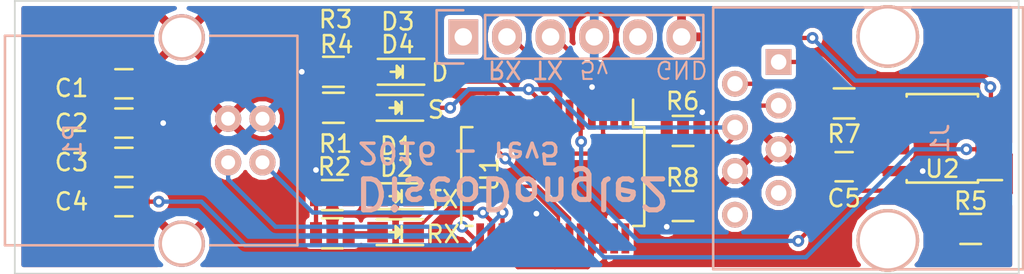
<source format=kicad_pcb>
(kicad_pcb (version 4) (host pcbnew 4.0.2-stable)

  (general
    (links 59)
    (no_connects 0)
    (area 137.363999 97.104999 195.884001 113.080001)
    (thickness 1.6)
    (drawings 10)
    (tracks 171)
    (zones 0)
    (modules 22)
    (nets 32)
  )

  (page A4)
  (layers
    (0 F.Cu signal)
    (31 B.Cu signal)
    (32 B.Adhes user)
    (33 F.Adhes user)
    (34 B.Paste user)
    (35 F.Paste user)
    (36 B.SilkS user)
    (37 F.SilkS user)
    (38 B.Mask user)
    (39 F.Mask user)
    (40 Dwgs.User user)
    (41 Cmts.User user)
    (42 Eco1.User user)
    (43 Eco2.User user)
    (44 Edge.Cuts user)
    (45 Margin user)
    (46 B.CrtYd user)
    (47 F.CrtYd user)
    (48 B.Fab user)
    (49 F.Fab user)
  )

  (setup
    (last_trace_width 0.2032)
    (user_trace_width 0.2032)
    (trace_clearance 0.1524)
    (zone_clearance 0.25)
    (zone_45_only no)
    (trace_min 0.1524)
    (segment_width 0.2)
    (edge_width 0.1)
    (via_size 0.6858)
    (via_drill 0.3302)
    (via_min_size 0.6858)
    (via_min_drill 0.3302)
    (uvia_size 0.762)
    (uvia_drill 0.508)
    (uvias_allowed no)
    (uvia_min_size 0)
    (uvia_min_drill 0)
    (pcb_text_width 0.3)
    (pcb_text_size 1.5 1.5)
    (mod_edge_width 0.15)
    (mod_text_size 1 1)
    (mod_text_width 0.15)
    (pad_size 1.5 1.5)
    (pad_drill 0.6)
    (pad_to_mask_clearance 0)
    (aux_axis_origin 0 0)
    (grid_origin 205.232 104.394)
    (visible_elements FFFFFF7F)
    (pcbplotparams
      (layerselection 0x010f8_80000001)
      (usegerberextensions true)
      (excludeedgelayer true)
      (linewidth 0.100000)
      (plotframeref false)
      (viasonmask false)
      (mode 1)
      (useauxorigin false)
      (hpglpennumber 1)
      (hpglpenspeed 20)
      (hpglpendiameter 15)
      (hpglpenoverlay 2)
      (psnegative false)
      (psa4output false)
      (plotreference true)
      (plotvalue true)
      (plotinvisibletext false)
      (padsonsilk false)
      (subtractmaskfromsilk false)
      (outputformat 1)
      (mirror false)
      (drillshape 0)
      (scaleselection 1)
      (outputdirectory Gerbers/))
  )

  (net 0 "")
  (net 1 +5V)
  (net 2 GND)
  (net 3 "Net-(C4-Pad1)")
  (net 4 "Net-(D1-Pad2)")
  (net 5 TXLED)
  (net 6 "Net-(D2-Pad2)")
  (net 7 RXLED)
  (net 8 "Net-(D3-Pad2)")
  (net 9 Daisy)
  (net 10 "Net-(D4-Pad2)")
  (net 11 Signal)
  (net 12 "Net-(J1-Pad1)")
  (net 13 "Net-(J1-Pad2)")
  (net 14 "Net-(J1-Pad7)")
  (net 15 "Net-(J1-Pad8)")
  (net 16 "Net-(P1-Pad2)")
  (net 17 "Net-(P1-Pad3)")
  (net 18 "Net-(P2-Pad1)")
  (net 19 "Net-(P2-Pad2)")
  (net 20 "Net-(P2-Pad3)")
  (net 21 "Net-(P2-Pad5)")
  (net 22 "Net-(U1-Pad2)")
  (net 23 "Net-(U1-Pad6)")
  (net 24 "Net-(U1-Pad8)")
  (net 25 "Net-(U1-Pad12)")
  (net 26 "Net-(U1-Pad14)")
  (net 27 "Net-(U1-Pad19)")
  (net 28 "Net-(U1-Pad24)")
  (net 29 "Net-(U1-Pad27)")
  (net 30 "Net-(U1-Pad28)")
  (net 31 "Net-(R5-Pad1)")

  (net_class Default "This is the default net class."
    (clearance 0.1524)
    (trace_width 0.1524)
    (via_dia 0.6858)
    (via_drill 0.3302)
    (uvia_dia 0.762)
    (uvia_drill 0.508)
    (add_net +5V)
    (add_net Daisy)
    (add_net GND)
    (add_net "Net-(C4-Pad1)")
    (add_net "Net-(D1-Pad2)")
    (add_net "Net-(D2-Pad2)")
    (add_net "Net-(D3-Pad2)")
    (add_net "Net-(D4-Pad2)")
    (add_net "Net-(J1-Pad1)")
    (add_net "Net-(J1-Pad2)")
    (add_net "Net-(J1-Pad7)")
    (add_net "Net-(J1-Pad8)")
    (add_net "Net-(P1-Pad2)")
    (add_net "Net-(P1-Pad3)")
    (add_net "Net-(P2-Pad1)")
    (add_net "Net-(P2-Pad2)")
    (add_net "Net-(P2-Pad3)")
    (add_net "Net-(P2-Pad5)")
    (add_net "Net-(R5-Pad1)")
    (add_net "Net-(U1-Pad12)")
    (add_net "Net-(U1-Pad14)")
    (add_net "Net-(U1-Pad19)")
    (add_net "Net-(U1-Pad2)")
    (add_net "Net-(U1-Pad24)")
    (add_net "Net-(U1-Pad27)")
    (add_net "Net-(U1-Pad28)")
    (add_net "Net-(U1-Pad6)")
    (add_net "Net-(U1-Pad8)")
    (add_net RXLED)
    (add_net Signal)
    (add_net TXLED)
  )

  (module Capacitors_SMD:C_0805 (layer F.Cu) (tedit 5779F73A) (tstamp 5779F143)
    (at 143.764 101.981 180)
    (descr "Capacitor SMD 0805, reflow soldering, AVX (see smccp.pdf)")
    (tags "capacitor 0805")
    (path /5746D4DF)
    (attr smd)
    (fp_text reference C1 (at 3.048 -0.254 180) (layer F.SilkS)
      (effects (font (size 1 1) (thickness 0.15)))
    )
    (fp_text value 100nF (at 0 2.1 180) (layer F.Fab) hide
      (effects (font (size 1 1) (thickness 0.15)))
    )
    (fp_line (start -1.8 -1) (end 1.8 -1) (layer F.CrtYd) (width 0.05))
    (fp_line (start -1.8 1) (end 1.8 1) (layer F.CrtYd) (width 0.05))
    (fp_line (start -1.8 -1) (end -1.8 1) (layer F.CrtYd) (width 0.05))
    (fp_line (start 1.8 -1) (end 1.8 1) (layer F.CrtYd) (width 0.05))
    (fp_line (start 0.5 -0.85) (end -0.5 -0.85) (layer F.SilkS) (width 0.15))
    (fp_line (start -0.5 0.85) (end 0.5 0.85) (layer F.SilkS) (width 0.15))
    (pad 1 smd rect (at -1 0 180) (size 1 1.25) (layers F.Cu F.Paste F.Mask)
      (net 1 +5V))
    (pad 2 smd rect (at 1 0 180) (size 1 1.25) (layers F.Cu F.Paste F.Mask)
      (net 2 GND))
    (model Capacitors_SMD.3dshapes/C_0805.wrl
      (at (xyz 0 0 0))
      (scale (xyz 1 1 1))
      (rotate (xyz 0 0 0))
    )
  )

  (module Capacitors_SMD:C_0805 (layer F.Cu) (tedit 5779F73F) (tstamp 5779F14F)
    (at 143.764 104.267 180)
    (descr "Capacitor SMD 0805, reflow soldering, AVX (see smccp.pdf)")
    (tags "capacitor 0805")
    (path /5746D51B)
    (attr smd)
    (fp_text reference C2 (at 3.048 0 180) (layer F.SilkS)
      (effects (font (size 1 1) (thickness 0.15)))
    )
    (fp_text value 4.7uF (at 0 2.1 180) (layer F.Fab) hide
      (effects (font (size 1 1) (thickness 0.15)))
    )
    (fp_line (start -1.8 -1) (end 1.8 -1) (layer F.CrtYd) (width 0.05))
    (fp_line (start -1.8 1) (end 1.8 1) (layer F.CrtYd) (width 0.05))
    (fp_line (start -1.8 -1) (end -1.8 1) (layer F.CrtYd) (width 0.05))
    (fp_line (start 1.8 -1) (end 1.8 1) (layer F.CrtYd) (width 0.05))
    (fp_line (start 0.5 -0.85) (end -0.5 -0.85) (layer F.SilkS) (width 0.15))
    (fp_line (start -0.5 0.85) (end 0.5 0.85) (layer F.SilkS) (width 0.15))
    (pad 1 smd rect (at -1 0 180) (size 1 1.25) (layers F.Cu F.Paste F.Mask)
      (net 1 +5V))
    (pad 2 smd rect (at 1 0 180) (size 1 1.25) (layers F.Cu F.Paste F.Mask)
      (net 2 GND))
    (model Capacitors_SMD.3dshapes/C_0805.wrl
      (at (xyz 0 0 0))
      (scale (xyz 1 1 1))
      (rotate (xyz 0 0 0))
    )
  )

  (module Capacitors_SMD:C_0805 (layer F.Cu) (tedit 5779F744) (tstamp 5779F15B)
    (at 143.764 106.553 180)
    (descr "Capacitor SMD 0805, reflow soldering, AVX (see smccp.pdf)")
    (tags "capacitor 0805")
    (path /5746D054)
    (attr smd)
    (fp_text reference C3 (at 3.048 0 180) (layer F.SilkS)
      (effects (font (size 1 1) (thickness 0.15)))
    )
    (fp_text value 10nF (at 0 2.1 180) (layer F.Fab) hide
      (effects (font (size 1 1) (thickness 0.15)))
    )
    (fp_line (start -1.8 -1) (end 1.8 -1) (layer F.CrtYd) (width 0.05))
    (fp_line (start -1.8 1) (end 1.8 1) (layer F.CrtYd) (width 0.05))
    (fp_line (start -1.8 -1) (end -1.8 1) (layer F.CrtYd) (width 0.05))
    (fp_line (start 1.8 -1) (end 1.8 1) (layer F.CrtYd) (width 0.05))
    (fp_line (start 0.5 -0.85) (end -0.5 -0.85) (layer F.SilkS) (width 0.15))
    (fp_line (start -0.5 0.85) (end 0.5 0.85) (layer F.SilkS) (width 0.15))
    (pad 1 smd rect (at -1 0 180) (size 1 1.25) (layers F.Cu F.Paste F.Mask)
      (net 1 +5V))
    (pad 2 smd rect (at 1 0 180) (size 1 1.25) (layers F.Cu F.Paste F.Mask)
      (net 2 GND))
    (model Capacitors_SMD.3dshapes/C_0805.wrl
      (at (xyz 0 0 0))
      (scale (xyz 1 1 1))
      (rotate (xyz 0 0 0))
    )
  )

  (module Capacitors_SMD:C_0805 (layer F.Cu) (tedit 5779F74C) (tstamp 5779F167)
    (at 143.764 108.839 180)
    (descr "Capacitor SMD 0805, reflow soldering, AVX (see smccp.pdf)")
    (tags "capacitor 0805")
    (path /5746911C)
    (attr smd)
    (fp_text reference C4 (at 3.048 0 180) (layer F.SilkS)
      (effects (font (size 1 1) (thickness 0.15)))
    )
    (fp_text value 100nF (at 0 2.1 180) (layer F.Fab) hide
      (effects (font (size 1 1) (thickness 0.15)))
    )
    (fp_line (start -1.8 -1) (end 1.8 -1) (layer F.CrtYd) (width 0.05))
    (fp_line (start -1.8 1) (end 1.8 1) (layer F.CrtYd) (width 0.05))
    (fp_line (start -1.8 -1) (end -1.8 1) (layer F.CrtYd) (width 0.05))
    (fp_line (start 1.8 -1) (end 1.8 1) (layer F.CrtYd) (width 0.05))
    (fp_line (start 0.5 -0.85) (end -0.5 -0.85) (layer F.SilkS) (width 0.15))
    (fp_line (start -0.5 0.85) (end 0.5 0.85) (layer F.SilkS) (width 0.15))
    (pad 1 smd rect (at -1 0 180) (size 1 1.25) (layers F.Cu F.Paste F.Mask)
      (net 3 "Net-(C4-Pad1)"))
    (pad 2 smd rect (at 1 0 180) (size 1 1.25) (layers F.Cu F.Paste F.Mask)
      (net 2 GND))
    (model Capacitors_SMD.3dshapes/C_0805.wrl
      (at (xyz 0 0 0))
      (scale (xyz 1 1 1))
      (rotate (xyz 0 0 0))
    )
  )

  (module Capacitors_SMD:C_0805 (layer F.Cu) (tedit 577A17A2) (tstamp 5779F173)
    (at 185.674 106.807 180)
    (descr "Capacitor SMD 0805, reflow soldering, AVX (see smccp.pdf)")
    (tags "capacitor 0805")
    (path /5746C982)
    (attr smd)
    (fp_text reference C5 (at 0 -1.8415 180) (layer F.SilkS)
      (effects (font (size 1 1) (thickness 0.15)))
    )
    (fp_text value 100nF (at 0 2.1 180) (layer F.Fab) hide
      (effects (font (size 1 1) (thickness 0.15)))
    )
    (fp_line (start -1.8 -1) (end 1.8 -1) (layer F.CrtYd) (width 0.05))
    (fp_line (start -1.8 1) (end 1.8 1) (layer F.CrtYd) (width 0.05))
    (fp_line (start -1.8 -1) (end -1.8 1) (layer F.CrtYd) (width 0.05))
    (fp_line (start 1.8 -1) (end 1.8 1) (layer F.CrtYd) (width 0.05))
    (fp_line (start 0.5 -0.85) (end -0.5 -0.85) (layer F.SilkS) (width 0.15))
    (fp_line (start -0.5 0.85) (end 0.5 0.85) (layer F.SilkS) (width 0.15))
    (pad 1 smd rect (at -1 0 180) (size 1 1.25) (layers F.Cu F.Paste F.Mask)
      (net 1 +5V))
    (pad 2 smd rect (at 1 0 180) (size 1 1.25) (layers F.Cu F.Paste F.Mask)
      (net 2 GND))
    (model Capacitors_SMD.3dshapes/C_0805.wrl
      (at (xyz 0 0 0))
      (scale (xyz 1 1 1))
      (rotate (xyz 0 0 0))
    )
  )

  (module LEDs:LED_0805 (layer F.Cu) (tedit 577A1D83) (tstamp 5779F186)
    (at 159.5755 108.5215 180)
    (descr "LED 0805 smd package")
    (tags "LED 0805 SMD")
    (path /5746A4EF)
    (attr smd)
    (fp_text reference D1 (at -0.0635 2.921 180) (layer F.SilkS)
      (effects (font (size 1 1) (thickness 0.15)))
    )
    (fp_text value TX (at -2.794 -0.1905 180) (layer F.SilkS)
      (effects (font (size 1 1) (thickness 0.15)))
    )
    (fp_line (start -1.6 0.75) (end 1.1 0.75) (layer F.SilkS) (width 0.15))
    (fp_line (start -1.6 -0.75) (end 1.1 -0.75) (layer F.SilkS) (width 0.15))
    (fp_line (start -0.1 0.15) (end -0.1 -0.1) (layer F.SilkS) (width 0.15))
    (fp_line (start -0.1 -0.1) (end -0.25 0.05) (layer F.SilkS) (width 0.15))
    (fp_line (start -0.35 -0.35) (end -0.35 0.35) (layer F.SilkS) (width 0.15))
    (fp_line (start 0 0) (end 0.35 0) (layer F.SilkS) (width 0.15))
    (fp_line (start -0.35 0) (end 0 -0.35) (layer F.SilkS) (width 0.15))
    (fp_line (start 0 -0.35) (end 0 0.35) (layer F.SilkS) (width 0.15))
    (fp_line (start 0 0.35) (end -0.35 0) (layer F.SilkS) (width 0.15))
    (fp_line (start 1.9 -0.95) (end 1.9 0.95) (layer F.CrtYd) (width 0.05))
    (fp_line (start 1.9 0.95) (end -1.9 0.95) (layer F.CrtYd) (width 0.05))
    (fp_line (start -1.9 0.95) (end -1.9 -0.95) (layer F.CrtYd) (width 0.05))
    (fp_line (start -1.9 -0.95) (end 1.9 -0.95) (layer F.CrtYd) (width 0.05))
    (pad 2 smd rect (at 1.04902 0) (size 1.19888 1.19888) (layers F.Cu F.Paste F.Mask)
      (net 4 "Net-(D1-Pad2)"))
    (pad 1 smd rect (at -1.04902 0) (size 1.19888 1.19888) (layers F.Cu F.Paste F.Mask)
      (net 5 TXLED))
    (model LEDs.3dshapes/LED_0805.wrl
      (at (xyz 0 0 0))
      (scale (xyz 1 1 1))
      (rotate (xyz 0 0 0))
    )
  )

  (module LEDs:LED_0805 (layer F.Cu) (tedit 577A1D7E) (tstamp 5779F199)
    (at 159.5755 110.617 180)
    (descr "LED 0805 smd package")
    (tags "LED 0805 SMD")
    (path /5746A53E)
    (attr smd)
    (fp_text reference D2 (at -0.0635 3.7465 180) (layer F.SilkS)
      (effects (font (size 1 1) (thickness 0.15)))
    )
    (fp_text value RX (at -2.7686 -0.1143 180) (layer F.SilkS)
      (effects (font (size 1 1) (thickness 0.15)))
    )
    (fp_line (start -1.6 0.75) (end 1.1 0.75) (layer F.SilkS) (width 0.15))
    (fp_line (start -1.6 -0.75) (end 1.1 -0.75) (layer F.SilkS) (width 0.15))
    (fp_line (start -0.1 0.15) (end -0.1 -0.1) (layer F.SilkS) (width 0.15))
    (fp_line (start -0.1 -0.1) (end -0.25 0.05) (layer F.SilkS) (width 0.15))
    (fp_line (start -0.35 -0.35) (end -0.35 0.35) (layer F.SilkS) (width 0.15))
    (fp_line (start 0 0) (end 0.35 0) (layer F.SilkS) (width 0.15))
    (fp_line (start -0.35 0) (end 0 -0.35) (layer F.SilkS) (width 0.15))
    (fp_line (start 0 -0.35) (end 0 0.35) (layer F.SilkS) (width 0.15))
    (fp_line (start 0 0.35) (end -0.35 0) (layer F.SilkS) (width 0.15))
    (fp_line (start 1.9 -0.95) (end 1.9 0.95) (layer F.CrtYd) (width 0.05))
    (fp_line (start 1.9 0.95) (end -1.9 0.95) (layer F.CrtYd) (width 0.05))
    (fp_line (start -1.9 0.95) (end -1.9 -0.95) (layer F.CrtYd) (width 0.05))
    (fp_line (start -1.9 -0.95) (end 1.9 -0.95) (layer F.CrtYd) (width 0.05))
    (pad 2 smd rect (at 1.04902 0) (size 1.19888 1.19888) (layers F.Cu F.Paste F.Mask)
      (net 6 "Net-(D2-Pad2)"))
    (pad 1 smd rect (at -1.04902 0) (size 1.19888 1.19888) (layers F.Cu F.Paste F.Mask)
      (net 7 RXLED))
    (model LEDs.3dshapes/LED_0805.wrl
      (at (xyz 0 0 0))
      (scale (xyz 1 1 1))
      (rotate (xyz 0 0 0))
    )
  )

  (module LEDs:LED_0805 (layer F.Cu) (tedit 577A1C4B) (tstamp 5779F1AC)
    (at 159.639 101.2825 180)
    (descr "LED 0805 smd package")
    (tags "LED 0805 SMD")
    (path /5748F519)
    (attr smd)
    (fp_text reference D3 (at -0.0635 2.921 180) (layer F.SilkS)
      (effects (font (size 1 1) (thickness 0.15)))
    )
    (fp_text value D (at -2.5019 -0.0508 180) (layer F.SilkS)
      (effects (font (size 1 1) (thickness 0.15)))
    )
    (fp_line (start -1.6 0.75) (end 1.1 0.75) (layer F.SilkS) (width 0.15))
    (fp_line (start -1.6 -0.75) (end 1.1 -0.75) (layer F.SilkS) (width 0.15))
    (fp_line (start -0.1 0.15) (end -0.1 -0.1) (layer F.SilkS) (width 0.15))
    (fp_line (start -0.1 -0.1) (end -0.25 0.05) (layer F.SilkS) (width 0.15))
    (fp_line (start -0.35 -0.35) (end -0.35 0.35) (layer F.SilkS) (width 0.15))
    (fp_line (start 0 0) (end 0.35 0) (layer F.SilkS) (width 0.15))
    (fp_line (start -0.35 0) (end 0 -0.35) (layer F.SilkS) (width 0.15))
    (fp_line (start 0 -0.35) (end 0 0.35) (layer F.SilkS) (width 0.15))
    (fp_line (start 0 0.35) (end -0.35 0) (layer F.SilkS) (width 0.15))
    (fp_line (start 1.9 -0.95) (end 1.9 0.95) (layer F.CrtYd) (width 0.05))
    (fp_line (start 1.9 0.95) (end -1.9 0.95) (layer F.CrtYd) (width 0.05))
    (fp_line (start -1.9 0.95) (end -1.9 -0.95) (layer F.CrtYd) (width 0.05))
    (fp_line (start -1.9 -0.95) (end 1.9 -0.95) (layer F.CrtYd) (width 0.05))
    (pad 2 smd rect (at 1.04902 0) (size 1.19888 1.19888) (layers F.Cu F.Paste F.Mask)
      (net 8 "Net-(D3-Pad2)"))
    (pad 1 smd rect (at -1.04902 0) (size 1.19888 1.19888) (layers F.Cu F.Paste F.Mask)
      (net 9 Daisy))
    (model LEDs.3dshapes/LED_0805.wrl
      (at (xyz 0 0 0))
      (scale (xyz 1 1 1))
      (rotate (xyz 0 0 0))
    )
  )

  (module LEDs:LED_0805 (layer F.Cu) (tedit 577A1C47) (tstamp 5779F1BF)
    (at 159.5755 103.378 180)
    (descr "LED 0805 smd package")
    (tags "LED 0805 SMD")
    (path /57490E65)
    (attr smd)
    (fp_text reference D4 (at -0.127 3.683 180) (layer F.SilkS)
      (effects (font (size 1 1) (thickness 0.15)))
    )
    (fp_text value S (at -2.3495 -0.1143 180) (layer F.SilkS)
      (effects (font (size 1 1) (thickness 0.15)))
    )
    (fp_line (start -1.6 0.75) (end 1.1 0.75) (layer F.SilkS) (width 0.15))
    (fp_line (start -1.6 -0.75) (end 1.1 -0.75) (layer F.SilkS) (width 0.15))
    (fp_line (start -0.1 0.15) (end -0.1 -0.1) (layer F.SilkS) (width 0.15))
    (fp_line (start -0.1 -0.1) (end -0.25 0.05) (layer F.SilkS) (width 0.15))
    (fp_line (start -0.35 -0.35) (end -0.35 0.35) (layer F.SilkS) (width 0.15))
    (fp_line (start 0 0) (end 0.35 0) (layer F.SilkS) (width 0.15))
    (fp_line (start -0.35 0) (end 0 -0.35) (layer F.SilkS) (width 0.15))
    (fp_line (start 0 -0.35) (end 0 0.35) (layer F.SilkS) (width 0.15))
    (fp_line (start 0 0.35) (end -0.35 0) (layer F.SilkS) (width 0.15))
    (fp_line (start 1.9 -0.95) (end 1.9 0.95) (layer F.CrtYd) (width 0.05))
    (fp_line (start 1.9 0.95) (end -1.9 0.95) (layer F.CrtYd) (width 0.05))
    (fp_line (start -1.9 0.95) (end -1.9 -0.95) (layer F.CrtYd) (width 0.05))
    (fp_line (start -1.9 -0.95) (end 1.9 -0.95) (layer F.CrtYd) (width 0.05))
    (pad 2 smd rect (at 1.04902 0) (size 1.19888 1.19888) (layers F.Cu F.Paste F.Mask)
      (net 10 "Net-(D4-Pad2)"))
    (pad 1 smd rect (at -1.04902 0) (size 1.19888 1.19888) (layers F.Cu F.Paste F.Mask)
      (net 11 Signal))
    (model LEDs.3dshapes/LED_0805.wrl
      (at (xyz 0 0 0))
      (scale (xyz 1 1 1))
      (rotate (xyz 0 0 0))
    )
  )

  (module Connect:RJ45_8 (layer B.Cu) (tedit 5779F257) (tstamp 5779F1D1)
    (at 188.214 105.156 270)
    (tags RJ45)
    (path /574693F2)
    (fp_text reference J1 (at 0 -3.048 270) (layer B.SilkS)
      (effects (font (size 1 1) (thickness 0.15)) (justify mirror))
    )
    (fp_text value RJ45 (at 0.14224 0.1016 270) (layer B.Fab) hide
      (effects (font (size 1 1) (thickness 0.15)) (justify mirror))
    )
    (fp_line (start -7.62 -7.874) (end 7.62 -7.874) (layer B.SilkS) (width 0.15))
    (fp_line (start 7.62 -7.874) (end 7.62 10.16) (layer B.SilkS) (width 0.15))
    (fp_line (start 7.62 10.16) (end -7.62 10.16) (layer B.SilkS) (width 0.15))
    (fp_line (start -7.62 10.16) (end -7.62 -7.874) (layer B.SilkS) (width 0.15))
    (pad Hole np_thru_hole circle (at 5.93852 0 270) (size 3.64998 3.64998) (drill 3.2512) (layers *.Cu *.SilkS *.Mask))
    (pad Hole np_thru_hole circle (at -5.9309 0 270) (size 3.64998 3.64998) (drill 3.2512) (layers *.Cu *.SilkS *.Mask))
    (pad 1 thru_hole rect (at -4.445 6.35 270) (size 1.50114 1.50114) (drill 0.89916) (layers *.Cu *.Mask B.SilkS)
      (net 12 "Net-(J1-Pad1)"))
    (pad 2 thru_hole circle (at -3.175 8.89 270) (size 1.50114 1.50114) (drill 0.89916) (layers *.Cu *.Mask B.SilkS)
      (net 13 "Net-(J1-Pad2)"))
    (pad 3 thru_hole circle (at -1.905 6.35 270) (size 1.50114 1.50114) (drill 0.89916) (layers *.Cu *.Mask B.SilkS)
      (net 9 Daisy))
    (pad 4 thru_hole circle (at -0.635 8.89 270) (size 1.50114 1.50114) (drill 0.89916) (layers *.Cu *.Mask B.SilkS)
      (net 11 Signal))
    (pad 5 thru_hole circle (at 0.635 6.35 270) (size 1.50114 1.50114) (drill 0.89916) (layers *.Cu *.Mask B.SilkS)
      (net 2 GND))
    (pad 6 thru_hole circle (at 1.905 8.89 270) (size 1.50114 1.50114) (drill 0.89916) (layers *.Cu *.Mask B.SilkS)
      (net 2 GND))
    (pad 7 thru_hole circle (at 3.175 6.35 270) (size 1.50114 1.50114) (drill 0.89916) (layers *.Cu *.Mask B.SilkS)
      (net 14 "Net-(J1-Pad7)"))
    (pad 8 thru_hole circle (at 4.445 8.89 270) (size 1.50114 1.50114) (drill 0.89916) (layers *.Cu *.Mask B.SilkS)
      (net 15 "Net-(J1-Pad8)"))
    (model Connect.3dshapes/RJ45_8.wrl
      (at (xyz 0 0 0))
      (scale (xyz 0.4 0.4 0.4))
      (rotate (xyz 0 0 0))
    )
  )

  (module Connect:USB_B (layer B.Cu) (tedit 5779F0F5) (tstamp 5779F1E5)
    (at 151.8285 104.013 180)
    (descr "USB B connector")
    (tags "USB_B USB_DEV")
    (path /57468D47)
    (fp_text reference P1 (at 11.049 -1.27 450) (layer B.SilkS)
      (effects (font (size 1 1) (thickness 0.15)) (justify mirror))
    )
    (fp_text value USB_B (at 4.699 -1.27 270) (layer B.Fab) hide
      (effects (font (size 1 1) (thickness 0.15)) (justify mirror))
    )
    (fp_line (start 15.25 -8.9) (end -2.3 -8.9) (layer B.CrtYd) (width 0.05))
    (fp_line (start -2.3 -8.9) (end -2.3 6.35) (layer B.CrtYd) (width 0.05))
    (fp_line (start -2.3 6.35) (end 15.25 6.35) (layer B.CrtYd) (width 0.05))
    (fp_line (start 15.25 6.35) (end 15.25 -8.9) (layer B.CrtYd) (width 0.05))
    (fp_line (start 6.35 -7.366) (end 14.986 -7.366) (layer B.SilkS) (width 0.15))
    (fp_line (start -2.032 -7.366) (end 3.048 -7.366) (layer B.SilkS) (width 0.15))
    (fp_line (start 6.35 4.826) (end 14.986 4.826) (layer B.SilkS) (width 0.15))
    (fp_line (start -2.032 4.826) (end 3.048 4.826) (layer B.SilkS) (width 0.15))
    (fp_line (start 14.986 4.826) (end 14.986 -7.366) (layer B.SilkS) (width 0.15))
    (fp_line (start -2.032 -7.366) (end -2.032 4.826) (layer B.SilkS) (width 0.15))
    (pad 2 thru_hole circle (at 0 -2.54 270) (size 1.524 1.524) (drill 0.8128) (layers *.Cu *.Mask B.SilkS)
      (net 16 "Net-(P1-Pad2)"))
    (pad 1 thru_hole circle (at 0 0 270) (size 1.524 1.524) (drill 0.8128) (layers *.Cu *.Mask B.SilkS)
      (net 1 +5V))
    (pad 4 thru_hole circle (at 1.99898 0 270) (size 1.524 1.524) (drill 0.8128) (layers *.Cu *.Mask B.SilkS)
      (net 2 GND))
    (pad 3 thru_hole circle (at 1.99898 -2.54 270) (size 1.524 1.524) (drill 0.8128) (layers *.Cu *.Mask B.SilkS)
      (net 17 "Net-(P1-Pad3)"))
    (pad 5 thru_hole circle (at 4.699 -7.26948 270) (size 2.70002 2.70002) (drill 2.30124) (layers *.Cu *.Mask B.SilkS)
      (net 2 GND))
    (pad 5 thru_hole circle (at 4.699 4.72948 270) (size 2.70002 2.70002) (drill 2.30124) (layers *.Cu *.Mask B.SilkS)
      (net 2 GND))
    (model Connect.3dshapes/USB_B.wrl
      (at (xyz 0.185 -0.05 0.001))
      (scale (xyz 0.3937 0.3937 0.3937))
      (rotate (xyz 0 0 -90))
    )
  )

  (module Pin_Headers:Pin_Header_Straight_1x06 (layer B.Cu) (tedit 5779F2EF) (tstamp 5779F1FA)
    (at 163.5125 99.2505 270)
    (descr "Through hole pin header")
    (tags "pin header")
    (path /57469748)
    (fp_text reference P2 (at -3.048 0.762 270) (layer B.SilkS) hide
      (effects (font (size 1 1) (thickness 0.15)) (justify mirror))
    )
    (fp_text value FTDI (at 0 3.1 270) (layer B.Fab) hide
      (effects (font (size 1 1) (thickness 0.15)) (justify mirror))
    )
    (fp_line (start -1.75 1.75) (end -1.75 -14.45) (layer B.CrtYd) (width 0.05))
    (fp_line (start 1.75 1.75) (end 1.75 -14.45) (layer B.CrtYd) (width 0.05))
    (fp_line (start -1.75 1.75) (end 1.75 1.75) (layer B.CrtYd) (width 0.05))
    (fp_line (start -1.75 -14.45) (end 1.75 -14.45) (layer B.CrtYd) (width 0.05))
    (fp_line (start 1.27 -1.27) (end 1.27 -13.97) (layer B.SilkS) (width 0.15))
    (fp_line (start 1.27 -13.97) (end -1.27 -13.97) (layer B.SilkS) (width 0.15))
    (fp_line (start -1.27 -13.97) (end -1.27 -1.27) (layer B.SilkS) (width 0.15))
    (fp_line (start 1.55 1.55) (end 1.55 0) (layer B.SilkS) (width 0.15))
    (fp_line (start 1.27 -1.27) (end -1.27 -1.27) (layer B.SilkS) (width 0.15))
    (fp_line (start -1.55 0) (end -1.55 1.55) (layer B.SilkS) (width 0.15))
    (fp_line (start -1.55 1.55) (end 1.55 1.55) (layer B.SilkS) (width 0.15))
    (pad 1 thru_hole rect (at 0 0 270) (size 2.032 1.7272) (drill 1.016) (layers *.Cu *.Mask B.SilkS)
      (net 18 "Net-(P2-Pad1)"))
    (pad 2 thru_hole oval (at 0 -2.54 270) (size 2.032 1.7272) (drill 1.016) (layers *.Cu *.Mask B.SilkS)
      (net 19 "Net-(P2-Pad2)"))
    (pad 3 thru_hole oval (at 0 -5.08 270) (size 2.032 1.7272) (drill 1.016) (layers *.Cu *.Mask B.SilkS)
      (net 20 "Net-(P2-Pad3)"))
    (pad 4 thru_hole oval (at 0 -7.62 270) (size 2.032 1.7272) (drill 1.016) (layers *.Cu *.Mask B.SilkS)
      (net 1 +5V))
    (pad 5 thru_hole oval (at 0 -10.16 270) (size 2.032 1.7272) (drill 1.016) (layers *.Cu *.Mask B.SilkS)
      (net 21 "Net-(P2-Pad5)"))
    (pad 6 thru_hole oval (at 0 -12.7 270) (size 2.032 1.7272) (drill 1.016) (layers *.Cu *.Mask B.SilkS)
      (net 2 GND))
    (model Pin_Headers.3dshapes/Pin_Header_Straight_1x06.wrl
      (at (xyz 0 -0.25 0))
      (scale (xyz 1 1 1))
      (rotate (xyz 0 0 90))
    )
  )

  (module Resistors_SMD:R_0805 (layer F.Cu) (tedit 577A1BE3) (tstamp 5779F206)
    (at 155.8925 108.458)
    (descr "Resistor SMD 0805, reflow soldering, Vishay (see dcrcw.pdf)")
    (tags "resistor 0805")
    (path /5746A6E4)
    (attr smd)
    (fp_text reference R1 (at 0.1905 -2.9845) (layer F.SilkS)
      (effects (font (size 1 1) (thickness 0.15)))
    )
    (fp_text value 200 (at 0 2.1) (layer F.Fab) hide
      (effects (font (size 1 1) (thickness 0.15)))
    )
    (fp_line (start -1.6 -1) (end 1.6 -1) (layer F.CrtYd) (width 0.05))
    (fp_line (start -1.6 1) (end 1.6 1) (layer F.CrtYd) (width 0.05))
    (fp_line (start -1.6 -1) (end -1.6 1) (layer F.CrtYd) (width 0.05))
    (fp_line (start 1.6 -1) (end 1.6 1) (layer F.CrtYd) (width 0.05))
    (fp_line (start 0.6 0.875) (end -0.6 0.875) (layer F.SilkS) (width 0.15))
    (fp_line (start -0.6 -0.875) (end 0.6 -0.875) (layer F.SilkS) (width 0.15))
    (pad 1 smd rect (at -0.95 0) (size 0.7 1.3) (layers F.Cu F.Paste F.Mask)
      (net 1 +5V))
    (pad 2 smd rect (at 0.95 0) (size 0.7 1.3) (layers F.Cu F.Paste F.Mask)
      (net 4 "Net-(D1-Pad2)"))
    (model Resistors_SMD.3dshapes/R_0805.wrl
      (at (xyz 0 0 0))
      (scale (xyz 1 1 1))
      (rotate (xyz 0 0 0))
    )
  )

  (module Resistors_SMD:R_0805 (layer F.Cu) (tedit 577A1D58) (tstamp 5779F212)
    (at 155.8925 110.6805)
    (descr "Resistor SMD 0805, reflow soldering, Vishay (see dcrcw.pdf)")
    (tags "resistor 0805")
    (path /5746A771)
    (attr smd)
    (fp_text reference R2 (at 0.127 -3.8735) (layer F.SilkS)
      (effects (font (size 1 1) (thickness 0.15)))
    )
    (fp_text value 200 (at 0 2.1) (layer F.Fab) hide
      (effects (font (size 1 1) (thickness 0.15)))
    )
    (fp_line (start -1.6 -1) (end 1.6 -1) (layer F.CrtYd) (width 0.05))
    (fp_line (start -1.6 1) (end 1.6 1) (layer F.CrtYd) (width 0.05))
    (fp_line (start -1.6 -1) (end -1.6 1) (layer F.CrtYd) (width 0.05))
    (fp_line (start 1.6 -1) (end 1.6 1) (layer F.CrtYd) (width 0.05))
    (fp_line (start 0.6 0.875) (end -0.6 0.875) (layer F.SilkS) (width 0.15))
    (fp_line (start -0.6 -0.875) (end 0.6 -0.875) (layer F.SilkS) (width 0.15))
    (pad 1 smd rect (at -0.95 0) (size 0.7 1.3) (layers F.Cu F.Paste F.Mask)
      (net 1 +5V))
    (pad 2 smd rect (at 0.95 0) (size 0.7 1.3) (layers F.Cu F.Paste F.Mask)
      (net 6 "Net-(D2-Pad2)"))
    (model Resistors_SMD.3dshapes/R_0805.wrl
      (at (xyz 0 0 0))
      (scale (xyz 1 1 1))
      (rotate (xyz 0 0 0))
    )
  )

  (module Resistors_SMD:R_0805 (layer F.Cu) (tedit 577A1C54) (tstamp 5779F21E)
    (at 155.956 103.378)
    (descr "Resistor SMD 0805, reflow soldering, Vishay (see dcrcw.pdf)")
    (tags "resistor 0805")
    (path /57490EAE)
    (attr smd)
    (fp_text reference R4 (at 0.1905 -3.683) (layer F.SilkS)
      (effects (font (size 1 1) (thickness 0.15)))
    )
    (fp_text value 200 (at 0 2.1) (layer F.Fab) hide
      (effects (font (size 1 1) (thickness 0.15)))
    )
    (fp_line (start -1.6 -1) (end 1.6 -1) (layer F.CrtYd) (width 0.05))
    (fp_line (start -1.6 1) (end 1.6 1) (layer F.CrtYd) (width 0.05))
    (fp_line (start -1.6 -1) (end -1.6 1) (layer F.CrtYd) (width 0.05))
    (fp_line (start 1.6 -1) (end 1.6 1) (layer F.CrtYd) (width 0.05))
    (fp_line (start 0.6 0.875) (end -0.6 0.875) (layer F.SilkS) (width 0.15))
    (fp_line (start -0.6 -0.875) (end 0.6 -0.875) (layer F.SilkS) (width 0.15))
    (pad 1 smd rect (at -0.95 0) (size 0.7 1.3) (layers F.Cu F.Paste F.Mask)
      (net 1 +5V))
    (pad 2 smd rect (at 0.95 0) (size 0.7 1.3) (layers F.Cu F.Paste F.Mask)
      (net 10 "Net-(D4-Pad2)"))
    (model Resistors_SMD.3dshapes/R_0805.wrl
      (at (xyz 0 0 0))
      (scale (xyz 1 1 1))
      (rotate (xyz 0 0 0))
    )
  )

  (module Resistors_SMD:R_0805 (layer F.Cu) (tedit 577A105C) (tstamp 5779F22A)
    (at 193.04 110.4265 180)
    (descr "Resistor SMD 0805, reflow soldering, Vishay (see dcrcw.pdf)")
    (tags "resistor 0805")
    (path /574695A2)
    (attr smd)
    (fp_text reference R5 (at 0 1.6256 360) (layer F.SilkS)
      (effects (font (size 1 1) (thickness 0.15)))
    )
    (fp_text value 20k (at 0 2.1 180) (layer F.Fab) hide
      (effects (font (size 1 1) (thickness 0.15)))
    )
    (fp_line (start -1.6 -1) (end 1.6 -1) (layer F.CrtYd) (width 0.05))
    (fp_line (start -1.6 1) (end 1.6 1) (layer F.CrtYd) (width 0.05))
    (fp_line (start -1.6 -1) (end -1.6 1) (layer F.CrtYd) (width 0.05))
    (fp_line (start 1.6 -1) (end 1.6 1) (layer F.CrtYd) (width 0.05))
    (fp_line (start 0.6 0.875) (end -0.6 0.875) (layer F.SilkS) (width 0.15))
    (fp_line (start -0.6 -0.875) (end 0.6 -0.875) (layer F.SilkS) (width 0.15))
    (pad 1 smd rect (at -0.95 0 180) (size 0.7 1.3) (layers F.Cu F.Paste F.Mask)
      (net 31 "Net-(R5-Pad1)"))
    (pad 2 smd rect (at 0.95 0 180) (size 0.7 1.3) (layers F.Cu F.Paste F.Mask)
      (net 2 GND))
    (model Resistors_SMD.3dshapes/R_0805.wrl
      (at (xyz 0 0 0))
      (scale (xyz 1 1 1))
      (rotate (xyz 0 0 0))
    )
  )

  (module Resistors_SMD:R_0805 (layer F.Cu) (tedit 577A13F7) (tstamp 5779F236)
    (at 176.3014 104.7242 180)
    (descr "Resistor SMD 0805, reflow soldering, Vishay (see dcrcw.pdf)")
    (tags "resistor 0805")
    (path /5765F021)
    (attr smd)
    (fp_text reference R6 (at 0.0254 1.7272 180) (layer F.SilkS)
      (effects (font (size 1 1) (thickness 0.15)))
    )
    (fp_text value 20k (at 0 2.1 180) (layer F.Fab) hide
      (effects (font (size 1 1) (thickness 0.15)))
    )
    (fp_line (start -1.6 -1) (end 1.6 -1) (layer F.CrtYd) (width 0.05))
    (fp_line (start -1.6 1) (end 1.6 1) (layer F.CrtYd) (width 0.05))
    (fp_line (start -1.6 -1) (end -1.6 1) (layer F.CrtYd) (width 0.05))
    (fp_line (start 1.6 -1) (end 1.6 1) (layer F.CrtYd) (width 0.05))
    (fp_line (start 0.6 0.875) (end -0.6 0.875) (layer F.SilkS) (width 0.15))
    (fp_line (start -0.6 -0.875) (end 0.6 -0.875) (layer F.SilkS) (width 0.15))
    (pad 1 smd rect (at -0.95 0 180) (size 0.7 1.3) (layers F.Cu F.Paste F.Mask)
      (net 1 +5V))
    (pad 2 smd rect (at 0.95 0 180) (size 0.7 1.3) (layers F.Cu F.Paste F.Mask)
      (net 9 Daisy))
    (model Resistors_SMD.3dshapes/R_0805.wrl
      (at (xyz 0 0 0))
      (scale (xyz 1 1 1))
      (rotate (xyz 0 0 0))
    )
  )

  (module Resistors_SMD:R_0805 (layer F.Cu) (tedit 577A0DED) (tstamp 5779F242)
    (at 185.674 103.124)
    (descr "Resistor SMD 0805, reflow soldering, Vishay (see dcrcw.pdf)")
    (tags "resistor 0805")
    (path /5746B006)
    (attr smd)
    (fp_text reference R7 (at 0 1.778 180) (layer F.SilkS)
      (effects (font (size 1 1) (thickness 0.15)))
    )
    (fp_text value 120 (at 0 2.1) (layer F.Fab) hide
      (effects (font (size 1 1) (thickness 0.15)))
    )
    (fp_line (start -1.6 -1) (end 1.6 -1) (layer F.CrtYd) (width 0.05))
    (fp_line (start -1.6 1) (end 1.6 1) (layer F.CrtYd) (width 0.05))
    (fp_line (start -1.6 -1) (end -1.6 1) (layer F.CrtYd) (width 0.05))
    (fp_line (start 1.6 -1) (end 1.6 1) (layer F.CrtYd) (width 0.05))
    (fp_line (start 0.6 0.875) (end -0.6 0.875) (layer F.SilkS) (width 0.15))
    (fp_line (start -0.6 -0.875) (end 0.6 -0.875) (layer F.SilkS) (width 0.15))
    (pad 1 smd rect (at -0.95 0) (size 0.7 1.3) (layers F.Cu F.Paste F.Mask)
      (net 13 "Net-(J1-Pad2)"))
    (pad 2 smd rect (at 0.95 0) (size 0.7 1.3) (layers F.Cu F.Paste F.Mask)
      (net 12 "Net-(J1-Pad1)"))
    (model Resistors_SMD.3dshapes/R_0805.wrl
      (at (xyz 0 0 0))
      (scale (xyz 1 1 1))
      (rotate (xyz 0 0 0))
    )
  )

  (module Resistors_SMD:R_0805 (layer F.Cu) (tedit 577A13F3) (tstamp 5779F24E)
    (at 176.3014 109.093)
    (descr "Resistor SMD 0805, reflow soldering, Vishay (see dcrcw.pdf)")
    (tags "resistor 0805")
    (path /5747F3E8)
    (attr smd)
    (fp_text reference R8 (at -0.0254 -1.651) (layer F.SilkS)
      (effects (font (size 1 1) (thickness 0.15)))
    )
    (fp_text value 20k (at 0 2.1) (layer F.Fab) hide
      (effects (font (size 1 1) (thickness 0.15)))
    )
    (fp_line (start -1.6 -1) (end 1.6 -1) (layer F.CrtYd) (width 0.05))
    (fp_line (start -1.6 1) (end 1.6 1) (layer F.CrtYd) (width 0.05))
    (fp_line (start -1.6 -1) (end -1.6 1) (layer F.CrtYd) (width 0.05))
    (fp_line (start 1.6 -1) (end 1.6 1) (layer F.CrtYd) (width 0.05))
    (fp_line (start 0.6 0.875) (end -0.6 0.875) (layer F.SilkS) (width 0.15))
    (fp_line (start -0.6 -0.875) (end 0.6 -0.875) (layer F.SilkS) (width 0.15))
    (pad 1 smd rect (at -0.95 0) (size 0.7 1.3) (layers F.Cu F.Paste F.Mask)
      (net 1 +5V))
    (pad 2 smd rect (at 0.95 0) (size 0.7 1.3) (layers F.Cu F.Paste F.Mask)
      (net 11 Signal))
    (model Resistors_SMD.3dshapes/R_0805.wrl
      (at (xyz 0 0 0))
      (scale (xyz 1 1 1))
      (rotate (xyz 0 0 0))
    )
  )

  (module Housings_SSOP:SSOP-28_5.3x10.2mm_Pitch0.65mm (layer F.Cu) (tedit 5779FB0C) (tstamp 5779F285)
    (at 168.7195 107.3785 270)
    (descr "28-Lead Plastic Shrink Small Outline (SS)-5.30 mm Body [SSOP] (see Microchip Packaging Specification 00000049BS.pdf)")
    (tags "SSOP 0.65")
    (path /57468CE5)
    (attr smd)
    (fp_text reference U1 (at -0.127 3.683 270) (layer F.SilkS)
      (effects (font (size 1 1) (thickness 0.15)))
    )
    (fp_text value FT232RL (at 0 6.25 270) (layer F.Fab) hide
      (effects (font (size 1 1) (thickness 0.15)))
    )
    (fp_line (start -4.75 -5.5) (end -4.75 5.5) (layer F.CrtYd) (width 0.05))
    (fp_line (start 4.75 -5.5) (end 4.75 5.5) (layer F.CrtYd) (width 0.05))
    (fp_line (start -4.75 -5.5) (end 4.75 -5.5) (layer F.CrtYd) (width 0.05))
    (fp_line (start -4.75 5.5) (end 4.75 5.5) (layer F.CrtYd) (width 0.05))
    (fp_line (start -2.875 -5.325) (end -2.875 -4.675) (layer F.SilkS) (width 0.15))
    (fp_line (start 2.875 -5.325) (end 2.875 -4.675) (layer F.SilkS) (width 0.15))
    (fp_line (start 2.875 5.325) (end 2.875 4.675) (layer F.SilkS) (width 0.15))
    (fp_line (start -2.875 5.325) (end -2.875 4.675) (layer F.SilkS) (width 0.15))
    (fp_line (start -2.875 -5.325) (end 2.875 -5.325) (layer F.SilkS) (width 0.15))
    (fp_line (start -2.875 5.325) (end 2.875 5.325) (layer F.SilkS) (width 0.15))
    (fp_line (start -2.875 -4.675) (end -4.475 -4.675) (layer F.SilkS) (width 0.15))
    (pad 1 smd rect (at -3.6 -4.225 270) (size 1.75 0.45) (layers F.Cu F.Paste F.Mask)
      (net 20 "Net-(P2-Pad3)"))
    (pad 2 smd rect (at -3.6 -3.575 270) (size 1.75 0.45) (layers F.Cu F.Paste F.Mask)
      (net 22 "Net-(U1-Pad2)"))
    (pad 3 smd rect (at -3.6 -2.925 270) (size 1.75 0.45) (layers F.Cu F.Paste F.Mask)
      (net 9 Daisy))
    (pad 4 smd rect (at -3.6 -2.275 270) (size 1.75 0.45) (layers F.Cu F.Paste F.Mask)
      (net 1 +5V))
    (pad 5 smd rect (at -3.6 -1.625 270) (size 1.75 0.45) (layers F.Cu F.Paste F.Mask)
      (net 19 "Net-(P2-Pad2)"))
    (pad 6 smd rect (at -3.6 -0.975 270) (size 1.75 0.45) (layers F.Cu F.Paste F.Mask)
      (net 23 "Net-(U1-Pad6)"))
    (pad 7 smd rect (at -3.6 -0.325 270) (size 1.75 0.45) (layers F.Cu F.Paste F.Mask)
      (net 2 GND))
    (pad 8 smd rect (at -3.6 0.325 270) (size 1.75 0.45) (layers F.Cu F.Paste F.Mask)
      (net 24 "Net-(U1-Pad8)"))
    (pad 9 smd rect (at -3.6 0.975 270) (size 1.75 0.45) (layers F.Cu F.Paste F.Mask)
      (net 11 Signal))
    (pad 10 smd rect (at -3.6 1.625 270) (size 1.75 0.45) (layers F.Cu F.Paste F.Mask)
      (net 11 Signal))
    (pad 11 smd rect (at -3.6 2.275 270) (size 1.75 0.45) (layers F.Cu F.Paste F.Mask)
      (net 9 Daisy))
    (pad 12 smd rect (at -3.6 2.925 270) (size 1.75 0.45) (layers F.Cu F.Paste F.Mask)
      (net 25 "Net-(U1-Pad12)"))
    (pad 13 smd rect (at -3.6 3.575 270) (size 1.75 0.45) (layers F.Cu F.Paste F.Mask)
      (net 31 "Net-(R5-Pad1)"))
    (pad 14 smd rect (at -3.6 4.225 270) (size 1.75 0.45) (layers F.Cu F.Paste F.Mask)
      (net 26 "Net-(U1-Pad14)"))
    (pad 15 smd rect (at 3.6 4.225 270) (size 1.75 0.45) (layers F.Cu F.Paste F.Mask)
      (net 17 "Net-(P1-Pad3)"))
    (pad 16 smd rect (at 3.6 3.575 270) (size 1.75 0.45) (layers F.Cu F.Paste F.Mask)
      (net 16 "Net-(P1-Pad2)"))
    (pad 17 smd rect (at 3.6 2.925 270) (size 1.75 0.45) (layers F.Cu F.Paste F.Mask)
      (net 3 "Net-(C4-Pad1)"))
    (pad 18 smd rect (at 3.6 2.275 270) (size 1.75 0.45) (layers F.Cu F.Paste F.Mask)
      (net 2 GND))
    (pad 19 smd rect (at 3.6 1.625 270) (size 1.75 0.45) (layers F.Cu F.Paste F.Mask)
      (net 27 "Net-(U1-Pad19)"))
    (pad 20 smd rect (at 3.6 0.975 270) (size 1.75 0.45) (layers F.Cu F.Paste F.Mask)
      (net 1 +5V))
    (pad 21 smd rect (at 3.6 0.325 270) (size 1.75 0.45) (layers F.Cu F.Paste F.Mask)
      (net 2 GND))
    (pad 22 smd rect (at 3.6 -0.325 270) (size 1.75 0.45) (layers F.Cu F.Paste F.Mask)
      (net 7 RXLED))
    (pad 23 smd rect (at 3.6 -0.975 270) (size 1.75 0.45) (layers F.Cu F.Paste F.Mask)
      (net 5 TXLED))
    (pad 24 smd rect (at 3.6 -1.625 270) (size 1.75 0.45) (layers F.Cu F.Paste F.Mask)
      (net 28 "Net-(U1-Pad24)"))
    (pad 25 smd rect (at 3.6 -2.275 270) (size 1.75 0.45) (layers F.Cu F.Paste F.Mask)
      (net 2 GND))
    (pad 26 smd rect (at 3.6 -2.925 270) (size 1.75 0.45) (layers F.Cu F.Paste F.Mask)
      (net 2 GND))
    (pad 27 smd rect (at 3.6 -3.575 270) (size 1.75 0.45) (layers F.Cu F.Paste F.Mask)
      (net 29 "Net-(U1-Pad27)"))
    (pad 28 smd rect (at 3.6 -4.225 270) (size 1.75 0.45) (layers F.Cu F.Paste F.Mask)
      (net 30 "Net-(U1-Pad28)"))
    (model Housings_SSOP.3dshapes/SSOP-28_5.3x10.2mm_Pitch0.65mm.wrl
      (at (xyz 0 0 0))
      (scale (xyz 1 1 1))
      (rotate (xyz 0 0 0))
    )
  )

  (module Housings_SOIC:SOIC-8_3.9x4.9mm_Pitch1.27mm (layer F.Cu) (tedit 5779F427) (tstamp 5779F29C)
    (at 191.389 105.156 180)
    (descr "8-Lead Plastic Small Outline (SN) - Narrow, 3.90 mm Body [SOIC] (see Microchip Packaging Specification 00000049BS.pdf)")
    (tags "SOIC 1.27")
    (path /57469336)
    (attr smd)
    (fp_text reference U2 (at 0 -1.778 180) (layer F.SilkS)
      (effects (font (size 1 1) (thickness 0.15)))
    )
    (fp_text value ISL81487E (at 0 3.5 180) (layer F.Fab) hide
      (effects (font (size 1 1) (thickness 0.15)))
    )
    (fp_line (start -3.75 -2.75) (end -3.75 2.75) (layer F.CrtYd) (width 0.05))
    (fp_line (start 3.75 -2.75) (end 3.75 2.75) (layer F.CrtYd) (width 0.05))
    (fp_line (start -3.75 -2.75) (end 3.75 -2.75) (layer F.CrtYd) (width 0.05))
    (fp_line (start -3.75 2.75) (end 3.75 2.75) (layer F.CrtYd) (width 0.05))
    (fp_line (start -2.075 -2.575) (end -2.075 -2.43) (layer F.SilkS) (width 0.15))
    (fp_line (start 2.075 -2.575) (end 2.075 -2.43) (layer F.SilkS) (width 0.15))
    (fp_line (start 2.075 2.575) (end 2.075 2.43) (layer F.SilkS) (width 0.15))
    (fp_line (start -2.075 2.575) (end -2.075 2.43) (layer F.SilkS) (width 0.15))
    (fp_line (start -2.075 -2.575) (end 2.075 -2.575) (layer F.SilkS) (width 0.15))
    (fp_line (start -2.075 2.575) (end 2.075 2.575) (layer F.SilkS) (width 0.15))
    (fp_line (start -2.075 -2.43) (end -3.475 -2.43) (layer F.SilkS) (width 0.15))
    (pad 1 smd rect (at -2.7 -1.905 180) (size 1.55 0.6) (layers F.Cu F.Paste F.Mask)
      (net 19 "Net-(P2-Pad2)"))
    (pad 2 smd rect (at -2.7 -0.635 180) (size 1.55 0.6) (layers F.Cu F.Paste F.Mask)
      (net 31 "Net-(R5-Pad1)"))
    (pad 3 smd rect (at -2.7 0.635 180) (size 1.55 0.6) (layers F.Cu F.Paste F.Mask)
      (net 31 "Net-(R5-Pad1)"))
    (pad 4 smd rect (at -2.7 1.905 180) (size 1.55 0.6) (layers F.Cu F.Paste F.Mask)
      (net 20 "Net-(P2-Pad3)"))
    (pad 5 smd rect (at 2.7 1.905 180) (size 1.55 0.6) (layers F.Cu F.Paste F.Mask)
      (net 2 GND))
    (pad 6 smd rect (at 2.7 0.635 180) (size 1.55 0.6) (layers F.Cu F.Paste F.Mask)
      (net 12 "Net-(J1-Pad1)"))
    (pad 7 smd rect (at 2.7 -0.635 180) (size 1.55 0.6) (layers F.Cu F.Paste F.Mask)
      (net 13 "Net-(J1-Pad2)"))
    (pad 8 smd rect (at 2.7 -1.905 180) (size 1.55 0.6) (layers F.Cu F.Paste F.Mask)
      (net 1 +5V))
    (model Housings_SOIC.3dshapes/SOIC-8_3.9x4.9mm_Pitch1.27mm.wrl
      (at (xyz 0 0 0))
      (scale (xyz 1 1 1))
      (rotate (xyz 0 0 0))
    )
  )

  (module Resistors_SMD:R_0805 (layer F.Cu) (tedit 577A1C56) (tstamp 5779F878)
    (at 155.956 101.2825)
    (descr "Resistor SMD 0805, reflow soldering, Vishay (see dcrcw.pdf)")
    (tags "resistor 0805")
    (path /5748F6BB)
    (attr smd)
    (fp_text reference R3 (at 0.127 -3.048) (layer F.SilkS)
      (effects (font (size 1 1) (thickness 0.15)))
    )
    (fp_text value 200 (at 0 2.1) (layer F.Fab) hide
      (effects (font (size 1 1) (thickness 0.15)))
    )
    (fp_line (start -1.6 -1) (end 1.6 -1) (layer F.CrtYd) (width 0.05))
    (fp_line (start -1.6 1) (end 1.6 1) (layer F.CrtYd) (width 0.05))
    (fp_line (start -1.6 -1) (end -1.6 1) (layer F.CrtYd) (width 0.05))
    (fp_line (start 1.6 -1) (end 1.6 1) (layer F.CrtYd) (width 0.05))
    (fp_line (start 0.6 0.875) (end -0.6 0.875) (layer F.SilkS) (width 0.15))
    (fp_line (start -0.6 -0.875) (end 0.6 -0.875) (layer F.SilkS) (width 0.15))
    (pad 1 smd rect (at -0.95 0) (size 0.7 1.3) (layers F.Cu F.Paste F.Mask)
      (net 1 +5V))
    (pad 2 smd rect (at 0.95 0) (size 0.7 1.3) (layers F.Cu F.Paste F.Mask)
      (net 8 "Net-(D3-Pad2)"))
    (model Resistors_SMD.3dshapes/R_0805.wrl
      (at (xyz 0 0 0))
      (scale (xyz 1 1 1))
      (rotate (xyz 0 0 0))
    )
  )

  (gr_text "2016 - rev5" (at 163.2585 105.9815 180) (layer B.SilkS)
    (effects (font (size 1.2 1.2) (thickness 0.2)) (justify mirror))
  )
  (gr_text DiscoDongle2 (at 166.37 108.331 180) (layer B.SilkS)
    (effects (font (size 1.8 1.8) (thickness 0.3)) (justify mirror))
  )
  (gr_text RX (at 165.9255 101.1555 180) (layer B.SilkS)
    (effects (font (size 1 1) (thickness 0.15)) (justify mirror))
  )
  (gr_text TX (at 168.4655 101.1555 180) (layer B.SilkS)
    (effects (font (size 1 1) (thickness 0.15)) (justify mirror))
  )
  (gr_text 5v (at 171.1325 101.1555 180) (layer B.SilkS)
    (effects (font (size 1 1) (thickness 0.12)) (justify mirror))
  )
  (gr_text GND (at 176.2125 101.1555 180) (layer B.SilkS)
    (effects (font (size 1 1) (thickness 0.12)) (justify mirror))
  )
  (gr_line (start 195.834 113.03) (end 195.834 97.155) (angle 90) (layer Edge.Cuts) (width 0.1))
  (gr_line (start 137.414 113.03) (end 195.834 113.03) (angle 90) (layer Edge.Cuts) (width 0.1))
  (gr_line (start 137.414 97.155) (end 137.414 113.03) (angle 90) (layer Edge.Cuts) (width 0.1))
  (gr_line (start 195.834 97.155) (end 137.414 97.155) (angle 90) (layer Edge.Cuts) (width 0.1))

  (segment (start 193.9925 109.0295) (end 193.99 109.032) (width 0.2032) (layer F.Cu) (net 0) (tstamp 577A318D))
  (via (at 190.246 107.061) (size 0.6858) (drill 0.3302) (layers F.Cu B.Cu) (net 1))
  (segment (start 188.816 107.061) (end 190.246 107.061) (width 0.25) (layer F.Cu) (net 1))
  (via (at 177.419 103.632) (size 0.6858) (drill 0.3302) (layers F.Cu B.Cu) (net 1))
  (segment (start 177.419 103.632) (end 177.2514 103.7996) (width 0.25) (layer F.Cu) (net 1) (tstamp 577A216F))
  (segment (start 177.2514 103.7996) (end 177.2514 104.7242) (width 0.25) (layer F.Cu) (net 1))
  (via (at 175.3514 110.2995) (size 0.6858) (drill 0.3302) (layers F.Cu B.Cu) (net 1))
  (segment (start 175.3514 110.2995) (end 175.3235 110.2995) (width 0.2032) (layer B.Cu) (net 1) (tstamp 577A315C))
  (segment (start 167.7445 110.9785) (end 167.7445 109.56) (width 0.2032) (layer F.Cu) (net 1))
  (via (at 167.767 109.5375) (size 0.6858) (drill 0.3302) (layers F.Cu B.Cu) (net 1))
  (segment (start 167.7445 109.56) (end 167.767 109.5375) (width 0.2032) (layer F.Cu) (net 1) (tstamp 577A3149))
  (via (at 154.94 106.9975) (size 0.6858) (drill 0.3302) (layers F.Cu B.Cu) (net 1))
  (segment (start 154.9425 107) (end 154.94 106.9975) (width 0.25) (layer F.Cu) (net 1) (tstamp 577A2123))
  (segment (start 154.9425 108.458) (end 154.9425 107) (width 0.25) (layer F.Cu) (net 1))
  (segment (start 154.94 106.9975) (end 154.9425 107) (width 0.2032) (layer F.Cu) (net 1) (tstamp 577A3113))
  (via (at 146.05 104.267) (size 0.6858) (drill 0.3302) (layers F.Cu B.Cu) (net 1))
  (segment (start 144.764 104.267) (end 146.05 104.267) (width 0.25) (layer F.Cu) (net 1))
  (segment (start 154.1145 101.2825) (end 154.2415 101.2825) (width 0.2032) (layer F.Cu) (net 1))
  (segment (start 154.2415 101.2825) (end 155.006 101.2825) (width 0.25) (layer F.Cu) (net 1))
  (via (at 154.1145 101.2825) (size 0.6858) (drill 0.3302) (layers F.Cu B.Cu) (net 1))
  (segment (start 170.9945 103.7785) (end 170.9945 102.1825) (width 0.2032) (layer F.Cu) (net 1))
  (via (at 171.0055 102.1715) (size 0.6858) (drill 0.3302) (layers F.Cu B.Cu) (net 1))
  (segment (start 170.9945 102.1825) (end 171.0055 102.1715) (width 0.2032) (layer F.Cu) (net 1) (tstamp 577A30BA))
  (segment (start 175.3514 109.093) (end 175.3514 110.2995) (width 0.25) (layer F.Cu) (net 1))
  (segment (start 175.3514 110.2995) (end 175.3514 110.3351) (width 0.25) (layer F.Cu) (net 1) (tstamp 577A3159))
  (segment (start 175.3514 110.3351) (end 175.3235 110.363) (width 0.25) (layer F.Cu) (net 1) (tstamp 577A2174))
  (segment (start 154.9425 110.6805) (end 154.9425 108.458) (width 0.25) (layer F.Cu) (net 1))
  (segment (start 155.006 103.378) (end 155.006 101.2825) (width 0.25) (layer F.Cu) (net 1))
  (segment (start 188.816 107.061) (end 187.055 107.061) (width 0.25) (layer F.Cu) (net 1))
  (segment (start 144.764 106.553) (end 144.764 104.267) (width 0.25) (layer F.Cu) (net 1) (status 10))
  (segment (start 144.764 101.981) (end 144.764 104.267) (width 0.25) (layer F.Cu) (net 1) (status 20))
  (segment (start 166.4445 111.169) (end 166.4445 112.406) (width 0.25) (layer F.Cu) (net 2))
  (segment (start 166.6875 112.649) (end 168.8465 112.649) (width 0.25) (layer F.Cu) (net 2) (tstamp 577A2157))
  (segment (start 166.4445 112.406) (end 166.6875 112.649) (width 0.25) (layer F.Cu) (net 2) (tstamp 577A2156))
  (segment (start 168.3945 111.169) (end 168.3945 112.197) (width 0.25) (layer F.Cu) (net 2))
  (segment (start 170.9945 112.406) (end 170.9945 111.169) (width 0.25) (layer F.Cu) (net 2) (tstamp 577A2147))
  (segment (start 170.7515 112.649) (end 170.9945 112.406) (width 0.25) (layer F.Cu) (net 2) (tstamp 577A2146))
  (segment (start 168.8465 112.649) (end 170.7515 112.649) (width 0.25) (layer F.Cu) (net 2) (tstamp 577A2145))
  (segment (start 168.3945 112.197) (end 168.8465 112.649) (width 0.25) (layer F.Cu) (net 2) (tstamp 577A2144))
  (segment (start 170.9945 111.169) (end 170.9945 109.739) (width 0.25) (layer F.Cu) (net 2))
  (segment (start 170.9945 109.739) (end 171.0055 109.728) (width 0.25) (layer F.Cu) (net 2) (tstamp 577A2129))
  (segment (start 170.9945 111.169) (end 171.6445 111.169) (width 0.25) (layer F.Cu) (net 2))
  (via (at 165.7985 109.474) (size 0.6858) (drill 0.3302) (layers F.Cu B.Cu) (net 3))
  (segment (start 165.7985 109.474) (end 165.7945 109.478) (width 0.2032) (layer F.Cu) (net 3))
  (via (at 145.796 108.839) (size 0.6858) (drill 0.3302) (layers F.Cu B.Cu) (net 3))
  (segment (start 165.7945 109.478) (end 165.7985 109.474) (width 0.25) (layer F.Cu) (net 3) (tstamp 577A2D27))
  (segment (start 165.7985 109.474) (end 163.8935 111.379) (width 0.25) (layer B.Cu) (net 3) (tstamp 577A2D29))
  (segment (start 163.8935 111.379) (end 150.8125 111.379) (width 0.25) (layer B.Cu) (net 3) (tstamp 577A2D2A))
  (segment (start 150.8125 111.379) (end 148.2725 108.839) (width 0.25) (layer B.Cu) (net 3) (tstamp 577A2D2C))
  (segment (start 148.2725 108.839) (end 145.796 108.839) (width 0.25) (layer B.Cu) (net 3) (tstamp 577A2D2E))
  (segment (start 165.7945 110.9785) (end 165.7945 109.478) (width 0.25) (layer F.Cu) (net 3))
  (segment (start 145.796 108.839) (end 144.764 108.839) (width 0.25) (layer F.Cu) (net 3) (tstamp 577A2D31))
  (segment (start 156.8425 108.458) (end 158.46298 108.458) (width 0.25) (layer F.Cu) (net 4))
  (segment (start 158.46298 108.458) (end 158.52648 108.5215) (width 0.25) (layer F.Cu) (net 4) (tstamp 577A211B))
  (segment (start 169.6945 110.9785) (end 169.6945 109.814) (width 0.2032) (layer F.Cu) (net 5))
  (segment (start 167.8305 107.95) (end 161.19602 107.95) (width 0.2032) (layer F.Cu) (net 5) (tstamp 577A2D40))
  (segment (start 169.6945 109.814) (end 167.8305 107.95) (width 0.2032) (layer F.Cu) (net 5) (tstamp 577A2D3E))
  (segment (start 161.19602 107.95) (end 160.62452 108.5215) (width 0.2032) (layer F.Cu) (net 5) (tstamp 577A2D42))
  (segment (start 161.06902 108.077) (end 160.62452 108.5215) (width 0.25) (layer F.Cu) (net 5) (tstamp 577A2141))
  (segment (start 156.8425 110.6805) (end 158.46298 110.6805) (width 0.25) (layer F.Cu) (net 6))
  (segment (start 158.46298 110.6805) (end 158.52648 110.617) (width 0.25) (layer F.Cu) (net 6) (tstamp 577A211E))
  (segment (start 169.0445 110.9785) (end 169.0445 109.734214) (width 0.2032) (layer F.Cu) (net 7))
  (segment (start 162.888318 108.353202) (end 160.62452 110.617) (width 0.2032) (layer F.Cu) (net 7) (tstamp 577A2D4B))
  (segment (start 167.663488 108.353202) (end 162.888318 108.353202) (width 0.2032) (layer F.Cu) (net 7) (tstamp 577A2D49))
  (segment (start 169.0445 109.734214) (end 167.663488 108.353202) (width 0.2032) (layer F.Cu) (net 7) (tstamp 577A2D47))
  (segment (start 156.906 101.2825) (end 158.58998 101.2825) (width 0.25) (layer F.Cu) (net 8))
  (segment (start 166.4445 103.7785) (end 166.4445 105.421) (width 0.25) (layer F.Cu) (net 9))
  (segment (start 171.3865 106.045) (end 172.085 105.3465) (width 0.25) (layer F.Cu) (net 9) (tstamp 577A2D84))
  (segment (start 167.0685 106.045) (end 171.3865 106.045) (width 0.25) (layer F.Cu) (net 9) (tstamp 577A2D83))
  (segment (start 166.4445 105.421) (end 167.0685 106.045) (width 0.25) (layer F.Cu) (net 9) (tstamp 577A2D82))
  (segment (start 175.3514 104.7242) (end 175.3514 103.6041) (width 0.25) (layer F.Cu) (net 9))
  (segment (start 176.022 102.9335) (end 178.2445 102.9335) (width 0.25) (layer F.Cu) (net 9) (tstamp 577A2180))
  (segment (start 178.2445 102.9335) (end 178.562 103.251) (width 0.25) (layer F.Cu) (net 9) (tstamp 577A2181))
  (segment (start 178.562 103.251) (end 181.864 103.251) (width 0.25) (layer F.Cu) (net 9) (tstamp 577A2182))
  (segment (start 175.3514 103.6041) (end 176.022 102.9335) (width 0.25) (layer F.Cu) (net 9) (tstamp 577A29B2))
  (segment (start 171.6445 103.842) (end 171.6445 104.906) (width 0.25) (layer F.Cu) (net 9))
  (segment (start 174.7291 105.3465) (end 175.3514 104.7242) (width 0.25) (layer F.Cu) (net 9) (tstamp 577A29A3))
  (segment (start 172.085 105.3465) (end 174.7291 105.3465) (width 0.25) (layer F.Cu) (net 9) (tstamp 577A299F))
  (segment (start 171.6445 104.906) (end 172.085 105.3465) (width 0.25) (layer F.Cu) (net 9) (tstamp 577A299C))
  (segment (start 166.4445 103.969) (end 166.4445 102.754) (width 0.25) (layer F.Cu) (net 9))
  (segment (start 165.5445 101.854) (end 161.25952 101.854) (width 0.25) (layer F.Cu) (net 9) (tstamp 577A20E2))
  (segment (start 166.4445 102.754) (end 165.5445 101.854) (width 0.25) (layer F.Cu) (net 9) (tstamp 577A20E1))
  (segment (start 161.25952 101.854) (end 160.68802 101.2825) (width 0.25) (layer F.Cu) (net 9) (tstamp 577A20E3))
  (segment (start 160.68802 101.2825) (end 161.163 101.2825) (width 0.25) (layer F.Cu) (net 9))
  (segment (start 160.30702 101.2825) (end 160.30702 100.80498) (width 0.2032) (layer F.Cu) (net 9))
  (segment (start 156.906 103.378) (end 158.52648 103.378) (width 0.25) (layer F.Cu) (net 10))
  (via (at 162.7505 103.378) (size 0.6858) (drill 0.3302) (layers F.Cu B.Cu) (net 11))
  (segment (start 162.7505 103.378) (end 163.83 102.2985) (width 0.25) (layer B.Cu) (net 11) (tstamp 577A2D92))
  (segment (start 167.3225 102.2985) (end 163.83 102.2985) (width 0.25) (layer B.Cu) (net 11) (tstamp 577A2D93))
  (segment (start 162.7505 103.378) (end 160.62452 103.378) (width 0.25) (layer F.Cu) (net 11))
  (via (at 167.3225 102.2985) (size 0.6858) (drill 0.3302) (layers F.Cu B.Cu) (net 11))
  (segment (start 170.815 104.521) (end 179.324 104.521) (width 0.25) (layer B.Cu) (net 11) (tstamp 577A2D9C))
  (segment (start 168.5925 102.2985) (end 170.815 104.521) (width 0.25) (layer B.Cu) (net 11) (tstamp 577A2D9A))
  (segment (start 167.3225 102.2985) (end 168.5925 102.2985) (width 0.25) (layer B.Cu) (net 11))
  (segment (start 167.7445 102.7205) (end 167.7445 103.7785) (width 0.25) (layer F.Cu) (net 11) (tstamp 577A2D97))
  (segment (start 167.3225 102.2985) (end 167.7445 102.7205) (width 0.25) (layer F.Cu) (net 11) (tstamp 577A2D96))
  (segment (start 167.0945 103.969) (end 167.7445 103.969) (width 0.25) (layer F.Cu) (net 11))
  (segment (start 177.2514 109.093) (end 177.2514 107.188) (width 0.25) (layer F.Cu) (net 11))
  (segment (start 177.2514 107.188) (end 177.2514 107.1016) (width 0.25) (layer F.Cu) (net 11) (tstamp 577A21AA))
  (segment (start 177.2514 107.1016) (end 179.324 105.029) (width 0.25) (layer F.Cu) (net 11) (tstamp 577A217A))
  (segment (start 179.324 105.029) (end 179.324 104.521) (width 0.25) (layer F.Cu) (net 11) (tstamp 577A217C))
  (segment (start 160.24352 103.378) (end 160.7185 103.378) (width 0.2032) (layer F.Cu) (net 11))
  (segment (start 188.816 104.521) (end 188.021 104.521) (width 0.25) (layer F.Cu) (net 12))
  (segment (start 188.021 104.521) (end 186.624 103.124) (width 0.25) (layer F.Cu) (net 12) (tstamp 577A2A7D))
  (segment (start 181.864 100.711) (end 184.211 100.711) (width 0.25) (layer F.Cu) (net 12))
  (segment (start 184.211 100.711) (end 186.624 103.124) (width 0.25) (layer F.Cu) (net 12) (tstamp 577A2695))
  (segment (start 184.724 103.124) (end 184.404 103.124) (width 0.25) (layer F.Cu) (net 13))
  (segment (start 184.404 103.124) (end 183.261 101.981) (width 0.25) (layer F.Cu) (net 13) (tstamp 577A2688))
  (segment (start 183.261 101.981) (end 179.324 101.981) (width 0.25) (layer F.Cu) (net 13) (tstamp 577A268B))
  (segment (start 188.816 105.791) (end 187.391 105.791) (width 0.25) (layer F.Cu) (net 13))
  (segment (start 187.391 105.791) (end 184.724 103.124) (width 0.25) (layer F.Cu) (net 13) (tstamp 577A2684))
  (segment (start 188.816 105.791) (end 188.153 105.791) (width 0.25) (layer F.Cu) (net 13))
  (via (at 164.6555 109.474) (size 0.6858) (drill 0.3302) (layers F.Cu B.Cu) (net 16))
  (segment (start 154.7495 109.474) (end 164.6555 109.474) (width 0.25) (layer B.Cu) (net 16) (tstamp 577A210B))
  (segment (start 164.6555 109.474) (end 165.1445 109.963) (width 0.25) (layer F.Cu) (net 16) (tstamp 577A210E))
  (segment (start 165.1445 111.169) (end 165.1445 109.963) (width 0.25) (layer F.Cu) (net 16) (tstamp 577A210F))
  (segment (start 154.7495 109.474) (end 151.8285 106.553) (width 0.25) (layer B.Cu) (net 16))
  (via (at 163.449 110.2995) (size 0.6858) (drill 0.3302) (layers F.Cu B.Cu) (net 17))
  (segment (start 149.82952 107.53852) (end 152.5905 110.2995) (width 0.25) (layer B.Cu) (net 17) (tstamp 577A2113))
  (segment (start 152.5905 110.2995) (end 163.449 110.2995) (width 0.25) (layer B.Cu) (net 17) (tstamp 577A2114))
  (segment (start 164.3185 111.169) (end 163.449 110.2995) (width 0.25) (layer F.Cu) (net 17) (tstamp 577A2117))
  (segment (start 149.82952 107.53852) (end 149.82952 106.553) (width 0.25) (layer B.Cu) (net 17))
  (segment (start 164.3185 111.169) (end 164.4945 111.169) (width 0.25) (layer F.Cu) (net 17) (tstamp 577A2118))
  (segment (start 149.82952 106.553) (end 149.82952 106.64952) (width 0.25) (layer B.Cu) (net 17))
  (via (at 183.007 111.125) (size 0.6858) (drill 0.3302) (layers F.Cu B.Cu) (net 19))
  (segment (start 192.151 107.061) (end 191.008 108.204) (width 0.25) (layer F.Cu) (net 19) (tstamp 577A2F01))
  (segment (start 191.008 108.204) (end 185.928 108.204) (width 0.25) (layer F.Cu) (net 19) (tstamp 577A2F07))
  (segment (start 185.928 108.204) (end 183.007 111.125) (width 0.25) (layer F.Cu) (net 19) (tstamp 577A2F12))
  (segment (start 183.007 111.125) (end 173.6725 111.125) (width 0.25) (layer B.Cu) (net 19) (tstamp 577A2F1F))
  (segment (start 173.6725 111.125) (end 170.3705 107.823) (width 0.25) (layer B.Cu) (net 19) (tstamp 577A2F20))
  (segment (start 170.3705 107.823) (end 170.3705 105.3465) (width 0.25) (layer B.Cu) (net 19) (tstamp 577A2F27))
  (segment (start 170.3445 103.7785) (end 170.3445 105.3205) (width 0.25) (layer F.Cu) (net 19))
  (segment (start 192.151 107.061) (end 194.216 107.061) (width 0.25) (layer F.Cu) (net 19))
  (segment (start 170.3705 105.3465) (end 170.3445 105.3205) (width 0.2032) (layer F.Cu) (net 19) (tstamp 577A30DB))
  (via (at 170.3705 105.3465) (size 0.6858) (drill 0.3302) (layers F.Cu B.Cu) (net 19))
  (segment (start 170.3445 103.7785) (end 170.3445 102.59) (width 0.25) (layer F.Cu) (net 19))
  (segment (start 170.3445 102.59) (end 168.529 100.7745) (width 0.25) (layer F.Cu) (net 19) (tstamp 577A2D72))
  (segment (start 168.5925 100.7745) (end 168.529 100.7745) (width 0.25) (layer F.Cu) (net 19) (tstamp 577A294F))
  (segment (start 168.529 100.7745) (end 167.8305 100.7745) (width 0.25) (layer F.Cu) (net 19) (tstamp 577A2D76))
  (segment (start 167.8305 100.7745) (end 166.0525 98.9965) (width 0.25) (layer F.Cu) (net 19) (tstamp 577A2955))
  (via (at 194.183 102.1715) (size 0.6858) (drill 0.3302) (layers F.Cu B.Cu) (net 20))
  (segment (start 194.183 102.1715) (end 194.216 102.2045) (width 0.2032) (layer F.Cu) (net 20) (tstamp 577A317E))
  (via (at 183.8325 99.314) (size 0.6858) (drill 0.3302) (layers F.Cu B.Cu) (net 20))
  (segment (start 194.183 102.1715) (end 193.802 101.7905) (width 0.25) (layer B.Cu) (net 20) (tstamp 577A2F8F))
  (segment (start 193.802 101.7905) (end 186.309 101.7905) (width 0.25) (layer B.Cu) (net 20) (tstamp 577A2F90))
  (segment (start 186.309 101.7905) (end 183.8325 99.314) (width 0.25) (layer B.Cu) (net 20) (tstamp 577A2F94))
  (segment (start 171.45 101.0285) (end 177.6095 101.0285) (width 0.25) (layer F.Cu) (net 20) (tstamp 577A2B18))
  (segment (start 179.324 99.314) (end 177.6095 101.0285) (width 0.25) (layer F.Cu) (net 20) (tstamp 577A2B16))
  (segment (start 183.8325 99.314) (end 179.324 99.314) (width 0.25) (layer F.Cu) (net 20))
  (segment (start 194.216 102.2045) (end 194.216 103.251) (width 0.25) (layer F.Cu) (net 20))
  (segment (start 170.6245 101.0285) (end 171.45 101.0285) (width 0.25) (layer F.Cu) (net 20))
  (segment (start 172.9445 102.523) (end 172.9445 103.842) (width 0.25) (layer F.Cu) (net 20) (tstamp 577A298B))
  (segment (start 171.45 101.0285) (end 172.9445 102.523) (width 0.25) (layer F.Cu) (net 20) (tstamp 577A2986))
  (segment (start 170.6245 101.0285) (end 168.5925 98.9965) (width 0.25) (layer F.Cu) (net 20) (tstamp 577A27CA))
  (segment (start 170.6245 101.0285) (end 168.5925 98.9965) (width 0.25) (layer F.Cu) (net 20) (tstamp 577A2778))
  (segment (start 193.99 110.4265) (end 193.99 109.7305) (width 0.2032) (layer F.Cu) (net 31))
  (segment (start 195.072 105.791) (end 194.216 105.791) (width 0.2032) (layer F.Cu) (net 31) (tstamp 577A31BB))
  (segment (start 195.3895 106.1085) (end 195.072 105.791) (width 0.2032) (layer F.Cu) (net 31) (tstamp 577A31B8))
  (segment (start 195.3895 108.331) (end 195.3895 106.1085) (width 0.2032) (layer F.Cu) (net 31) (tstamp 577A31AE))
  (segment (start 193.99 109.7305) (end 195.3895 108.331) (width 0.2032) (layer F.Cu) (net 31) (tstamp 577A31A7))
  (via (at 192.786 105.791) (size 0.6858) (drill 0.3302) (layers F.Cu B.Cu) (net 31))
  (via (at 165.95725 106.33075) (size 0.6858) (drill 0.3302) (layers F.Cu B.Cu) (net 31))
  (segment (start 165.95725 106.33075) (end 165.989 106.3625) (width 0.2032) (layer B.Cu) (net 31) (tstamp 577A30E6))
  (segment (start 171.704 112.0775) (end 183.4515 112.0775) (width 0.25) (layer B.Cu) (net 31))
  (segment (start 165.1445 105.518) (end 165.95725 106.33075) (width 0.25) (layer F.Cu) (net 31) (tstamp 577A283B))
  (segment (start 165.989 106.3625) (end 171.704 112.0775) (width 0.25) (layer B.Cu) (net 31) (tstamp 577A2849))
  (segment (start 165.1445 103.969) (end 165.1445 105.518) (width 0.25) (layer F.Cu) (net 31))
  (segment (start 189.738 105.791) (end 192.786 105.791) (width 0.25) (layer B.Cu) (net 31) (tstamp 577A2EFB))
  (segment (start 183.4515 112.0775) (end 189.738 105.791) (width 0.25) (layer B.Cu) (net 31) (tstamp 577A2EF5))
  (segment (start 192.786 105.791) (end 194.216 105.791) (width 0.25) (layer F.Cu) (net 31))
  (segment (start 194.216 105.791) (end 194.216 104.521) (width 0.25) (layer F.Cu) (net 31))

  (zone (net 2) (net_name GND) (layer F.Cu) (tstamp 577A1B16) (hatch edge 0.508)
    (connect_pads (clearance 0.25))
    (min_thickness 0.254)
    (fill yes (arc_segments 16) (thermal_gap 0.508) (thermal_bridge_width 0.508))
    (polygon
      (pts
        (xy 195.453 112.649) (xy 137.795 112.649) (xy 137.795 97.409) (xy 195.453 97.409) (xy 195.453 112.649)
      )
    )
    (filled_polygon
      (pts
        (xy 145.903504 97.877919) (xy 147.1295 99.103915) (xy 148.355496 97.877919) (xy 148.21742 97.582) (xy 186.743164 97.582)
        (xy 186.348332 97.976144) (xy 186.012393 98.785175) (xy 186.011628 99.661181) (xy 186.346155 100.470798) (xy 186.965044 101.090768)
        (xy 187.774075 101.426707) (xy 188.650081 101.427472) (xy 189.459698 101.092945) (xy 190.079668 100.474056) (xy 190.415607 99.665025)
        (xy 190.416372 98.789019) (xy 190.081845 97.979402) (xy 189.685136 97.582) (xy 195.326 97.582) (xy 195.326 105.39617)
        (xy 195.255153 105.348831) (xy 195.215429 105.340929) (xy 195.13953 105.22298) (xy 195.04058 105.15537) (xy 195.13202 105.09653)
        (xy 195.218101 104.970547) (xy 195.248385 104.821) (xy 195.248385 104.221) (xy 195.222097 104.081292) (xy 195.13953 103.95298)
        (xy 195.04058 103.88537) (xy 195.13202 103.82653) (xy 195.218101 103.700547) (xy 195.248385 103.551) (xy 195.248385 102.951)
        (xy 195.222097 102.811292) (xy 195.13953 102.68298) (xy 195.013547 102.596899) (xy 194.864 102.566615) (xy 194.79843 102.566615)
        (xy 194.902775 102.315325) (xy 194.903025 102.028931) (xy 194.793658 101.764242) (xy 194.591323 101.561554) (xy 194.326825 101.451725)
        (xy 194.040431 101.451475) (xy 193.775742 101.560842) (xy 193.573054 101.763177) (xy 193.463225 102.027675) (xy 193.462975 102.314069)
        (xy 193.567325 102.566615) (xy 193.314 102.566615) (xy 193.174292 102.592903) (xy 193.04598 102.67547) (xy 192.959899 102.801453)
        (xy 192.929615 102.951) (xy 192.929615 103.551) (xy 192.955903 103.690708) (xy 193.03847 103.81902) (xy 193.13742 103.88663)
        (xy 193.04598 103.94547) (xy 192.959899 104.071453) (xy 192.929615 104.221) (xy 192.929615 104.821) (xy 192.955903 104.960708)
        (xy 193.03847 105.08902) (xy 193.13742 105.15663) (xy 193.136668 105.157114) (xy 192.929825 105.071225) (xy 192.643431 105.070975)
        (xy 192.378742 105.180342) (xy 192.176054 105.382677) (xy 192.066225 105.647175) (xy 192.065975 105.933569) (xy 192.175342 106.198258)
        (xy 192.377677 106.400946) (xy 192.642175 106.510775) (xy 192.928569 106.511025) (xy 193.135687 106.425446) (xy 193.13742 106.42663)
        (xy 193.04598 106.48547) (xy 192.995739 106.559) (xy 192.151 106.559) (xy 191.958892 106.597212) (xy 191.796032 106.706032)
        (xy 190.800064 107.702) (xy 190.579825 107.702) (xy 190.653258 107.671658) (xy 190.855946 107.469323) (xy 190.965775 107.204825)
        (xy 190.966025 106.918431) (xy 190.856658 106.653742) (xy 190.654323 106.451054) (xy 190.389825 106.341225) (xy 190.103431 106.340975)
        (xy 189.838742 106.450342) (xy 189.761628 106.527321) (xy 189.73953 106.49298) (xy 189.64058 106.42537) (xy 189.73202 106.36653)
        (xy 189.818101 106.240547) (xy 189.848385 106.091) (xy 189.848385 105.491) (xy 189.822097 105.351292) (xy 189.73953 105.22298)
        (xy 189.64058 105.15537) (xy 189.73202 105.09653) (xy 189.818101 104.970547) (xy 189.848385 104.821) (xy 189.848385 104.221)
        (xy 189.823615 104.089361) (xy 189.823698 104.089327) (xy 190.002327 103.910699) (xy 190.099 103.67731) (xy 190.099 103.53675)
        (xy 189.94025 103.378) (xy 188.816 103.378) (xy 188.816 103.398) (xy 188.562 103.398) (xy 188.562 103.378)
        (xy 188.542 103.378) (xy 188.542 103.124) (xy 188.562 103.124) (xy 188.562 102.47475) (xy 188.816 102.47475)
        (xy 188.816 103.124) (xy 189.94025 103.124) (xy 190.099 102.96525) (xy 190.099 102.82469) (xy 190.002327 102.591301)
        (xy 189.823698 102.412673) (xy 189.590309 102.316) (xy 188.97475 102.316) (xy 188.816 102.47475) (xy 188.562 102.47475)
        (xy 188.40325 102.316) (xy 187.787691 102.316) (xy 187.554302 102.412673) (xy 187.375673 102.591301) (xy 187.358385 102.633038)
        (xy 187.358385 102.474) (xy 187.332097 102.334292) (xy 187.24953 102.20598) (xy 187.123547 102.119899) (xy 186.974 102.089615)
        (xy 186.29955 102.089615) (xy 184.565968 100.356032) (xy 184.403107 100.247212) (xy 184.211 100.208999) (xy 184.210995 100.209)
        (xy 182.998955 100.209) (xy 182.998955 99.96043) (xy 182.972667 99.820722) (xy 182.969628 99.816) (xy 183.316419 99.816)
        (xy 183.424177 99.923946) (xy 183.688675 100.033775) (xy 183.975069 100.034025) (xy 184.239758 99.924658) (xy 184.442446 99.722323)
        (xy 184.552275 99.457825) (xy 184.552525 99.171431) (xy 184.443158 98.906742) (xy 184.240823 98.704054) (xy 183.976325 98.594225)
        (xy 183.689931 98.593975) (xy 183.425242 98.703342) (xy 183.316394 98.812) (xy 179.324 98.812) (xy 179.131892 98.850212)
        (xy 179.074461 98.888587) (xy 178.969032 98.959032) (xy 178.96903 98.959035) (xy 177.401564 100.5265) (xy 177.181306 100.5265)
        (xy 177.504454 100.16482) (xy 177.697684 99.612413) (xy 177.553424 99.3775) (xy 176.3395 99.3775) (xy 176.3395 99.3975)
        (xy 176.0855 99.3975) (xy 176.0855 99.3775) (xy 176.0655 99.3775) (xy 176.0655 99.1235) (xy 176.0855 99.1235)
        (xy 176.0855 97.764283) (xy 176.3395 97.764283) (xy 176.3395 99.1235) (xy 177.553424 99.1235) (xy 177.697684 98.888587)
        (xy 177.504454 98.33618) (xy 177.114536 97.899768) (xy 176.587291 97.645791) (xy 176.571526 97.643142) (xy 176.3395 97.764283)
        (xy 176.0855 97.764283) (xy 175.853474 97.643142) (xy 175.837709 97.645791) (xy 175.310464 97.899768) (xy 174.920546 98.33618)
        (xy 174.822645 98.616061) (xy 174.818665 98.596053) (xy 174.549737 98.193573) (xy 174.147257 97.924645) (xy 173.6725 97.83021)
        (xy 173.197743 97.924645) (xy 172.795263 98.193573) (xy 172.526335 98.596053) (xy 172.4319 99.07081) (xy 172.4319 99.43019)
        (xy 172.526335 99.904947) (xy 172.795263 100.307427) (xy 173.12313 100.5265) (xy 171.68187 100.5265) (xy 172.009737 100.307427)
        (xy 172.278665 99.904947) (xy 172.3731 99.43019) (xy 172.3731 99.07081) (xy 172.278665 98.596053) (xy 172.009737 98.193573)
        (xy 171.607257 97.924645) (xy 171.1325 97.83021) (xy 170.657743 97.924645) (xy 170.255263 98.193573) (xy 169.986335 98.596053)
        (xy 169.8919 99.07081) (xy 169.8919 99.43019) (xy 169.930579 99.624643) (xy 169.817011 99.511075) (xy 169.8331 99.43019)
        (xy 169.8331 99.07081) (xy 169.738665 98.596053) (xy 169.469737 98.193573) (xy 169.067257 97.924645) (xy 168.5925 97.83021)
        (xy 168.117743 97.924645) (xy 167.715263 98.193573) (xy 167.446335 98.596053) (xy 167.3519 99.07081) (xy 167.3519 99.43019)
        (xy 167.390579 99.624644) (xy 167.277011 99.511075) (xy 167.2931 99.43019) (xy 167.2931 99.07081) (xy 167.198665 98.596053)
        (xy 166.929737 98.193573) (xy 166.527257 97.924645) (xy 166.0525 97.83021) (xy 165.577743 97.924645) (xy 165.175263 98.193573)
        (xy 164.906335 98.596053) (xy 164.8119 99.07081) (xy 164.8119 99.43019) (xy 164.906335 99.904947) (xy 165.175263 100.307427)
        (xy 165.577743 100.576355) (xy 166.0525 100.67079) (xy 166.527257 100.576355) (xy 166.76414 100.418075) (xy 167.47553 101.129465)
        (xy 167.475532 101.129468) (xy 167.611933 101.220608) (xy 167.638393 101.238288) (xy 167.8305 101.276501) (xy 167.830505 101.2765)
        (xy 168.321064 101.2765) (xy 169.314407 102.269843) (xy 169.157 102.42725) (xy 169.157 102.693068) (xy 169.115399 102.753953)
        (xy 169.085115 102.9035) (xy 169.085115 104.6535) (xy 169.111403 104.793208) (xy 169.157 104.864067) (xy 169.157 105.12975)
        (xy 169.31575 105.2885) (xy 169.39581 105.2885) (xy 169.629199 105.191827) (xy 169.673714 105.147312) (xy 169.650725 105.202675)
        (xy 169.650475 105.489069) (xy 169.672759 105.543) (xy 167.276435 105.543) (xy 166.9465 105.213064) (xy 166.9465 105.037885)
        (xy 167.3195 105.037885) (xy 167.423171 105.018378) (xy 167.5195 105.037885) (xy 167.9695 105.037885) (xy 168.073171 105.018378)
        (xy 168.1695 105.037885) (xy 168.30586 105.037885) (xy 168.459801 105.191827) (xy 168.69319 105.2885) (xy 168.77325 105.2885)
        (xy 168.932 105.12975) (xy 168.932 104.863932) (xy 168.973601 104.803047) (xy 169.003885 104.6535) (xy 169.003885 102.9035)
        (xy 168.977597 102.763792) (xy 168.932 102.692933) (xy 168.932 102.42725) (xy 168.77325 102.2685) (xy 168.69319 102.2685)
        (xy 168.459801 102.365173) (xy 168.30586 102.519115) (xy 168.202089 102.519115) (xy 168.099468 102.365532) (xy 168.042392 102.308456)
        (xy 168.042525 102.155931) (xy 167.933158 101.891242) (xy 167.730823 101.688554) (xy 167.466325 101.578725) (xy 167.179931 101.578475)
        (xy 166.915242 101.687842) (xy 166.712554 101.890177) (xy 166.602725 102.154675) (xy 166.602683 102.202248) (xy 165.899468 101.499032)
        (xy 165.736607 101.390212) (xy 165.5445 101.351999) (xy 165.544495 101.352) (xy 161.671845 101.352) (xy 161.671845 100.68306)
        (xy 161.645557 100.543352) (xy 161.56299 100.41504) (xy 161.437007 100.328959) (xy 161.28746 100.298675) (xy 160.08858 100.298675)
        (xy 159.948872 100.324963) (xy 159.82056 100.40753) (xy 159.734479 100.533513) (xy 159.704195 100.68306) (xy 159.704195 101.88194)
        (xy 159.730483 102.021648) (xy 159.81305 102.14996) (xy 159.939033 102.236041) (xy 160.08858 102.266325) (xy 160.990392 102.266325)
        (xy 161.067412 102.317788) (xy 161.25952 102.356001) (xy 161.259525 102.356) (xy 165.336564 102.356) (xy 165.510737 102.530172)
        (xy 165.465829 102.538622) (xy 165.3695 102.519115) (xy 164.9195 102.519115) (xy 164.815829 102.538622) (xy 164.7195 102.519115)
        (xy 164.2695 102.519115) (xy 164.129792 102.545403) (xy 164.00148 102.62797) (xy 163.915399 102.753953) (xy 163.885115 102.9035)
        (xy 163.885115 104.6535) (xy 163.911403 104.793208) (xy 163.99397 104.92152) (xy 164.119953 105.007601) (xy 164.2695 105.037885)
        (xy 164.6425 105.037885) (xy 164.6425 105.517995) (xy 164.642499 105.518) (xy 164.680712 105.710107) (xy 164.789532 105.872968)
        (xy 165.237358 106.320794) (xy 165.237225 106.473319) (xy 165.346592 106.738008) (xy 165.548927 106.940696) (xy 165.813425 107.050525)
        (xy 166.099819 107.050775) (xy 166.364508 106.941408) (xy 166.567196 106.739073) (xy 166.677025 106.474575) (xy 166.677122 106.363557)
        (xy 166.71353 106.399965) (xy 166.713532 106.399968) (xy 166.789988 106.451054) (xy 166.876392 106.508788) (xy 167.0685 106.547)
        (xy 171.386495 106.547) (xy 171.3865 106.547001) (xy 171.578607 106.508788) (xy 171.741468 106.399968) (xy 172.292935 105.8485)
        (xy 174.729095 105.8485) (xy 174.7291 105.848501) (xy 174.921207 105.810288) (xy 174.999241 105.758148) (xy 175.0014 105.758585)
        (xy 175.7014 105.758585) (xy 175.841108 105.732297) (xy 175.96942 105.64973) (xy 176.055501 105.523747) (xy 176.085785 105.3742)
        (xy 176.085785 104.0742) (xy 176.059497 103.934492) (xy 175.97693 103.80618) (xy 175.907022 103.758414) (xy 176.229935 103.4355)
        (xy 176.721098 103.4355) (xy 176.699225 103.488175) (xy 176.698991 103.75645) (xy 176.63338 103.79867) (xy 176.547299 103.924653)
        (xy 176.517015 104.0742) (xy 176.517015 105.3742) (xy 176.543303 105.513908) (xy 176.62587 105.64222) (xy 176.751853 105.728301)
        (xy 176.9014 105.758585) (xy 177.6014 105.758585) (xy 177.741108 105.732297) (xy 177.86942 105.64973) (xy 177.955501 105.523747)
        (xy 177.985785 105.3742) (xy 177.985785 104.083409) (xy 178.028946 104.040323) (xy 178.138775 103.775825) (xy 178.138983 103.537918)
        (xy 178.20703 103.605965) (xy 178.207032 103.605968) (xy 178.283488 103.657054) (xy 178.369893 103.714788) (xy 178.508069 103.742273)
        (xy 178.36865 103.881449) (xy 178.196627 104.295729) (xy 178.196235 104.744303) (xy 178.367536 105.158882) (xy 178.425808 105.217256)
        (xy 176.896432 106.746632) (xy 176.787612 106.909493) (xy 176.749399 107.1016) (xy 176.7494 107.101605) (xy 176.7494 108.092813)
        (xy 176.63338 108.16747) (xy 176.547299 108.293453) (xy 176.517015 108.443) (xy 176.517015 109.743) (xy 176.543303 109.882708)
        (xy 176.62587 110.01102) (xy 176.751853 110.097101) (xy 176.9014 110.127385) (xy 177.6014 110.127385) (xy 177.741108 110.101097)
        (xy 177.86942 110.01853) (xy 177.955501 109.892547) (xy 177.96932 109.824303) (xy 178.196235 109.824303) (xy 178.367536 110.238882)
        (xy 178.684449 110.55635) (xy 179.098729 110.728373) (xy 179.547303 110.728765) (xy 179.961882 110.557464) (xy 180.27935 110.240551)
        (xy 180.451373 109.826271) (xy 180.451765 109.377697) (xy 180.280464 108.963118) (xy 179.963551 108.64565) (xy 179.743562 108.554303)
        (xy 180.736235 108.554303) (xy 180.907536 108.968882) (xy 181.224449 109.28635) (xy 181.638729 109.458373) (xy 182.087303 109.458765)
        (xy 182.501882 109.287464) (xy 182.81935 108.970551) (xy 182.991373 108.556271) (xy 182.991765 108.107697) (xy 182.820464 107.693118)
        (xy 182.503551 107.37565) (xy 182.089271 107.203627) (xy 181.640697 107.203235) (xy 181.226118 107.374536) (xy 180.90865 107.691449)
        (xy 180.736627 108.105729) (xy 180.736235 108.554303) (xy 179.743562 108.554303) (xy 179.549271 108.473627) (xy 179.100697 108.473235)
        (xy 178.686118 108.644536) (xy 178.36865 108.961449) (xy 178.196627 109.375729) (xy 178.196235 109.824303) (xy 177.96932 109.824303)
        (xy 177.985785 109.743) (xy 177.985785 108.443) (xy 177.959497 108.303292) (xy 177.87693 108.17498) (xy 177.7534 108.090575)
        (xy 177.7534 108.03293) (xy 178.531675 108.03293) (xy 178.599735 108.273931) (xy 179.119034 108.458767) (xy 179.669538 108.430805)
        (xy 180.048265 108.273931) (xy 180.116325 108.03293) (xy 179.324 107.240605) (xy 178.531675 108.03293) (xy 177.7534 108.03293)
        (xy 177.7534 107.309536) (xy 177.9398 107.123136) (xy 177.954195 107.406538) (xy 178.111069 107.785265) (xy 178.35207 107.853325)
        (xy 179.144395 107.061) (xy 179.503605 107.061) (xy 180.29593 107.853325) (xy 180.536931 107.785265) (xy 180.721767 107.265966)
        (xy 180.696217 106.76293) (xy 181.071675 106.76293) (xy 181.139735 107.003931) (xy 181.659034 107.188767) (xy 182.209538 107.160805)
        (xy 182.373837 107.09275) (xy 183.539 107.09275) (xy 183.539 107.55831) (xy 183.635673 107.791699) (xy 183.814302 107.970327)
        (xy 184.047691 108.067) (xy 184.38825 108.067) (xy 184.547 107.90825) (xy 184.547 106.934) (xy 183.69775 106.934)
        (xy 183.539 107.09275) (xy 182.373837 107.09275) (xy 182.588265 107.003931) (xy 182.656325 106.76293) (xy 181.864 105.970605)
        (xy 181.071675 106.76293) (xy 180.696217 106.76293) (xy 180.693805 106.715462) (xy 180.536931 106.336735) (xy 180.29593 106.268675)
        (xy 179.503605 107.061) (xy 179.144395 107.061) (xy 179.130253 107.046858) (xy 179.309858 106.867253) (xy 179.324 106.881395)
        (xy 180.116325 106.08907) (xy 180.048265 105.848069) (xy 179.528966 105.663233) (xy 179.392786 105.67015) (xy 179.414287 105.648649)
        (xy 179.547303 105.648765) (xy 179.699123 105.586034) (xy 180.466233 105.586034) (xy 180.494195 106.136538) (xy 180.651069 106.515265)
        (xy 180.89207 106.583325) (xy 181.684395 105.791) (xy 182.043605 105.791) (xy 182.83593 106.583325) (xy 183.076931 106.515265)
        (xy 183.240509 106.05569) (xy 183.539 106.05569) (xy 183.539 106.52125) (xy 183.69775 106.68) (xy 184.547 106.68)
        (xy 184.547 105.70575) (xy 184.38825 105.547) (xy 184.047691 105.547) (xy 183.814302 105.643673) (xy 183.635673 105.822301)
        (xy 183.539 106.05569) (xy 183.240509 106.05569) (xy 183.261767 105.995966) (xy 183.233805 105.445462) (xy 183.076931 105.066735)
        (xy 182.83593 104.998675) (xy 182.043605 105.791) (xy 181.684395 105.791) (xy 180.89207 104.998675) (xy 180.651069 105.066735)
        (xy 180.466233 105.586034) (xy 179.699123 105.586034) (xy 179.961882 105.477464) (xy 180.27935 105.160551) (xy 180.421144 104.81907)
        (xy 181.071675 104.81907) (xy 181.864 105.611395) (xy 182.656325 104.81907) (xy 182.588265 104.578069) (xy 182.068966 104.393233)
        (xy 181.518462 104.421195) (xy 181.139735 104.578069) (xy 181.071675 104.81907) (xy 180.421144 104.81907) (xy 180.451373 104.746271)
        (xy 180.451765 104.297697) (xy 180.280464 103.883118) (xy 180.150573 103.753) (xy 180.851391 103.753) (xy 180.907536 103.888882)
        (xy 181.224449 104.20635) (xy 181.638729 104.378373) (xy 182.087303 104.378765) (xy 182.501882 104.207464) (xy 182.81935 103.890551)
        (xy 182.991373 103.476271) (xy 182.991765 103.027697) (xy 182.820464 102.613118) (xy 182.690573 102.483) (xy 183.053064 102.483)
        (xy 183.989615 103.419551) (xy 183.989615 103.774) (xy 184.015903 103.913708) (xy 184.09847 104.04202) (xy 184.224453 104.128101)
        (xy 184.374 104.158385) (xy 185.048449 104.158385) (xy 186.68768 105.797615) (xy 186.174 105.797615) (xy 186.034292 105.823903)
        (xy 185.90598 105.90647) (xy 185.819899 106.032453) (xy 185.809 106.086274) (xy 185.809 106.05569) (xy 185.712327 105.822301)
        (xy 185.533698 105.643673) (xy 185.300309 105.547) (xy 184.95975 105.547) (xy 184.801 105.70575) (xy 184.801 106.68)
        (xy 184.821 106.68) (xy 184.821 106.934) (xy 184.801 106.934) (xy 184.801 107.90825) (xy 184.95975 108.067)
        (xy 185.300309 108.067) (xy 185.393783 108.028282) (xy 183.016956 110.405108) (xy 182.864431 110.404975) (xy 182.599742 110.514342)
        (xy 182.397054 110.716677) (xy 182.287225 110.981175) (xy 182.286975 111.267569) (xy 182.396342 111.532258) (xy 182.598677 111.734946)
        (xy 182.863175 111.844775) (xy 183.149569 111.845025) (xy 183.414258 111.735658) (xy 183.616946 111.533323) (xy 183.726775 111.268825)
        (xy 183.726909 111.115027) (xy 186.135935 108.706) (xy 191.007995 108.706) (xy 191.008 108.706001) (xy 191.200107 108.667788)
        (xy 191.362968 108.558968) (xy 192.358936 107.563) (xy 192.995987 107.563) (xy 193.03847 107.62902) (xy 193.164453 107.715101)
        (xy 193.314 107.745385) (xy 194.864 107.745385) (xy 194.9109 107.73656) (xy 194.9109 108.132758) (xy 194.339597 108.704061)
        (xy 194.330922 108.691078) (xy 194.175653 108.587331) (xy 193.9925 108.5509) (xy 193.809348 108.587331) (xy 193.654079 108.691078)
        (xy 193.651579 108.693579) (xy 193.547831 108.848847) (xy 193.5114 109.032) (xy 193.547831 109.215153) (xy 193.651579 109.370421)
        (xy 193.664562 109.379096) (xy 193.651579 109.392079) (xy 193.651555 109.392115) (xy 193.64 109.392115) (xy 193.500292 109.418403)
        (xy 193.37198 109.50097) (xy 193.285899 109.626953) (xy 193.255615 109.7765) (xy 193.255615 111.0765) (xy 193.281903 111.216208)
        (xy 193.36447 111.34452) (xy 193.490453 111.430601) (xy 193.64 111.460885) (xy 194.34 111.460885) (xy 194.479708 111.434597)
        (xy 194.60802 111.35203) (xy 194.694101 111.226047) (xy 194.724385 111.0765) (xy 194.724385 109.7765) (xy 194.707987 109.689355)
        (xy 195.326 109.071342) (xy 195.326 112.522) (xy 189.900832 112.522) (xy 190.079668 112.343476) (xy 190.415607 111.534445)
        (xy 190.416325 110.71225) (xy 191.105 110.71225) (xy 191.105 111.20281) (xy 191.201673 111.436199) (xy 191.380302 111.614827)
        (xy 191.613691 111.7115) (xy 191.80425 111.7115) (xy 191.963 111.55275) (xy 191.963 110.5535) (xy 192.217 110.5535)
        (xy 192.217 111.55275) (xy 192.37575 111.7115) (xy 192.566309 111.7115) (xy 192.799698 111.614827) (xy 192.978327 111.436199)
        (xy 193.075 111.20281) (xy 193.075 110.71225) (xy 192.91625 110.5535) (xy 192.217 110.5535) (xy 191.963 110.5535)
        (xy 191.26375 110.5535) (xy 191.105 110.71225) (xy 190.416325 110.71225) (xy 190.416372 110.658439) (xy 190.081845 109.848822)
        (xy 189.88356 109.65019) (xy 191.105 109.65019) (xy 191.105 110.14075) (xy 191.26375 110.2995) (xy 191.963 110.2995)
        (xy 191.963 109.30025) (xy 192.217 109.30025) (xy 192.217 110.2995) (xy 192.91625 110.2995) (xy 193.075 110.14075)
        (xy 193.075 109.65019) (xy 192.978327 109.416801) (xy 192.799698 109.238173) (xy 192.566309 109.1415) (xy 192.37575 109.1415)
        (xy 192.217 109.30025) (xy 191.963 109.30025) (xy 191.80425 109.1415) (xy 191.613691 109.1415) (xy 191.380302 109.238173)
        (xy 191.201673 109.416801) (xy 191.105 109.65019) (xy 189.88356 109.65019) (xy 189.462956 109.228852) (xy 188.653925 108.892913)
        (xy 187.777919 108.892148) (xy 186.968302 109.226675) (xy 186.348332 109.845564) (xy 186.012393 110.654595) (xy 186.011628 111.530601)
        (xy 186.346155 112.340218) (xy 186.52762 112.522) (xy 148.548628 112.522) (xy 148.535103 112.508475) (xy 148.83829 112.367008)
        (xy 149.123247 111.630528) (xy 149.104674 110.84106) (xy 148.83829 110.197952) (xy 148.535101 110.056484) (xy 147.309105 111.28248)
        (xy 147.323248 111.296623) (xy 147.143643 111.476228) (xy 147.1295 111.462085) (xy 147.115358 111.476228) (xy 146.935753 111.296623)
        (xy 146.949895 111.28248) (xy 145.723899 110.056484) (xy 145.42071 110.197952) (xy 145.135753 110.934432) (xy 145.154326 111.7239)
        (xy 145.42071 112.367008) (xy 145.723897 112.508475) (xy 145.710372 112.522) (xy 137.922 112.522) (xy 137.922 109.12475)
        (xy 141.629 109.12475) (xy 141.629 109.59031) (xy 141.725673 109.823699) (xy 141.904302 110.002327) (xy 142.137691 110.099)
        (xy 142.47825 110.099) (xy 142.637 109.94025) (xy 142.637 108.966) (xy 141.78775 108.966) (xy 141.629 109.12475)
        (xy 137.922 109.12475) (xy 137.922 106.83875) (xy 141.629 106.83875) (xy 141.629 107.30431) (xy 141.725673 107.537699)
        (xy 141.883975 107.696) (xy 141.725673 107.854301) (xy 141.629 108.08769) (xy 141.629 108.55325) (xy 141.78775 108.712)
        (xy 142.637 108.712) (xy 142.637 107.73775) (xy 142.59525 107.696) (xy 142.637 107.65425) (xy 142.637 106.68)
        (xy 141.78775 106.68) (xy 141.629 106.83875) (xy 137.922 106.83875) (xy 137.922 104.55275) (xy 141.629 104.55275)
        (xy 141.629 105.01831) (xy 141.725673 105.251699) (xy 141.883975 105.41) (xy 141.725673 105.568301) (xy 141.629 105.80169)
        (xy 141.629 106.26725) (xy 141.78775 106.426) (xy 142.637 106.426) (xy 142.637 105.45175) (xy 142.59525 105.41)
        (xy 142.637 105.36825) (xy 142.637 104.394) (xy 141.78775 104.394) (xy 141.629 104.55275) (xy 137.922 104.55275)
        (xy 137.922 102.26675) (xy 141.629 102.26675) (xy 141.629 102.73231) (xy 141.725673 102.965699) (xy 141.883975 103.124)
        (xy 141.725673 103.282301) (xy 141.629 103.51569) (xy 141.629 103.98125) (xy 141.78775 104.14) (xy 142.637 104.14)
        (xy 142.637 103.16575) (xy 142.59525 103.124) (xy 142.637 103.08225) (xy 142.637 102.108) (xy 141.78775 102.108)
        (xy 141.629 102.26675) (xy 137.922 102.26675) (xy 137.922 101.22969) (xy 141.629 101.22969) (xy 141.629 101.69525)
        (xy 141.78775 101.854) (xy 142.637 101.854) (xy 142.637 100.87975) (xy 142.891 100.87975) (xy 142.891 101.854)
        (xy 142.911 101.854) (xy 142.911 102.108) (xy 142.891 102.108) (xy 142.891 103.08225) (xy 142.93275 103.124)
        (xy 142.891 103.16575) (xy 142.891 104.14) (xy 142.911 104.14) (xy 142.911 104.394) (xy 142.891 104.394)
        (xy 142.891 105.36825) (xy 142.93275 105.41) (xy 142.891 105.45175) (xy 142.891 106.426) (xy 142.911 106.426)
        (xy 142.911 106.68) (xy 142.891 106.68) (xy 142.891 107.65425) (xy 142.93275 107.696) (xy 142.891 107.73775)
        (xy 142.891 108.712) (xy 142.911 108.712) (xy 142.911 108.966) (xy 142.891 108.966) (xy 142.891 109.94025)
        (xy 143.04975 110.099) (xy 143.390309 110.099) (xy 143.623698 110.002327) (xy 143.749146 109.876879) (xy 145.903504 109.876879)
        (xy 147.1295 111.102875) (xy 148.355496 109.876879) (xy 148.214028 109.57369) (xy 147.477548 109.288733) (xy 146.68808 109.307306)
        (xy 146.044972 109.57369) (xy 145.903504 109.876879) (xy 143.749146 109.876879) (xy 143.802327 109.823699) (xy 143.899 109.59031)
        (xy 143.899 109.567022) (xy 143.905903 109.603708) (xy 143.98847 109.73202) (xy 144.114453 109.818101) (xy 144.264 109.848385)
        (xy 145.264 109.848385) (xy 145.403708 109.822097) (xy 145.53202 109.73953) (xy 145.618101 109.613547) (xy 145.630975 109.549972)
        (xy 145.652175 109.558775) (xy 145.938569 109.559025) (xy 146.203258 109.449658) (xy 146.405946 109.247323) (xy 146.515775 108.982825)
        (xy 146.516025 108.696431) (xy 146.406658 108.431742) (xy 146.204323 108.229054) (xy 145.939825 108.119225) (xy 145.653431 108.118975)
        (xy 145.632159 108.127765) (xy 145.622097 108.074292) (xy 145.53953 107.94598) (xy 145.413547 107.859899) (xy 145.264 107.829615)
        (xy 144.264 107.829615) (xy 144.124292 107.855903) (xy 143.99598 107.93847) (xy 143.909899 108.064453) (xy 143.899 108.118274)
        (xy 143.899 108.08769) (xy 143.802327 107.854301) (xy 143.756026 107.808) (xy 154.208115 107.808) (xy 154.208115 109.108)
        (xy 154.234403 109.247708) (xy 154.31697 109.37602) (xy 154.4405 109.460425) (xy 154.4405 109.680313) (xy 154.32448 109.75497)
        (xy 154.238399 109.880953) (xy 154.208115 110.0305) (xy 154.208115 111.3305) (xy 154.234403 111.470208) (xy 154.31697 111.59852)
        (xy 154.442953 111.684601) (xy 154.5925 111.714885) (xy 155.2925 111.714885) (xy 155.432208 111.688597) (xy 155.56052 111.60603)
        (xy 155.646601 111.480047) (xy 155.676885 111.3305) (xy 155.676885 110.0305) (xy 156.108115 110.0305) (xy 156.108115 111.3305)
        (xy 156.134403 111.470208) (xy 156.21697 111.59852) (xy 156.342953 111.684601) (xy 156.4925 111.714885) (xy 157.1925 111.714885)
        (xy 157.332208 111.688597) (xy 157.46052 111.60603) (xy 157.546601 111.480047) (xy 157.571033 111.359396) (xy 157.65151 111.48446)
        (xy 157.777493 111.570541) (xy 157.92704 111.600825) (xy 159.12592 111.600825) (xy 159.265628 111.574537) (xy 159.39394 111.49197)
        (xy 159.480021 111.365987) (xy 159.510305 111.21644) (xy 159.510305 110.01756) (xy 159.484017 109.877852) (xy 159.40145 109.74954)
        (xy 159.275467 109.663459) (xy 159.12592 109.633175) (xy 157.92704 109.633175) (xy 157.787332 109.659463) (xy 157.65902 109.74203)
        (xy 157.572939 109.868013) (xy 157.559136 109.936174) (xy 157.550597 109.890792) (xy 157.46803 109.76248) (xy 157.342047 109.676399)
        (xy 157.1925 109.646115) (xy 156.4925 109.646115) (xy 156.352792 109.672403) (xy 156.22448 109.75497) (xy 156.138399 109.880953)
        (xy 156.108115 110.0305) (xy 155.676885 110.0305) (xy 155.650597 109.890792) (xy 155.56803 109.76248) (xy 155.4445 109.678075)
        (xy 155.4445 109.458187) (xy 155.56052 109.38353) (xy 155.646601 109.257547) (xy 155.676885 109.108) (xy 155.676885 107.808)
        (xy 156.108115 107.808) (xy 156.108115 109.108) (xy 156.134403 109.247708) (xy 156.21697 109.37602) (xy 156.342953 109.462101)
        (xy 156.4925 109.492385) (xy 157.1925 109.492385) (xy 157.332208 109.466097) (xy 157.46052 109.38353) (xy 157.546601 109.257547)
        (xy 157.55788 109.201851) (xy 157.568943 109.260648) (xy 157.65151 109.38896) (xy 157.777493 109.475041) (xy 157.92704 109.505325)
        (xy 159.12592 109.505325) (xy 159.265628 109.479037) (xy 159.39394 109.39647) (xy 159.480021 109.270487) (xy 159.510305 109.12094)
        (xy 159.510305 107.92206) (xy 159.640695 107.92206) (xy 159.640695 109.12094) (xy 159.666983 109.260648) (xy 159.74955 109.38896)
        (xy 159.875533 109.475041) (xy 160.02508 109.505325) (xy 161.059353 109.505325) (xy 160.931503 109.633175) (xy 160.02508 109.633175)
        (xy 159.885372 109.659463) (xy 159.75706 109.74203) (xy 159.670979 109.868013) (xy 159.640695 110.01756) (xy 159.640695 111.21644)
        (xy 159.666983 111.356148) (xy 159.74955 111.48446) (xy 159.875533 111.570541) (xy 160.02508 111.600825) (xy 161.22396 111.600825)
        (xy 161.363668 111.574537) (xy 161.49198 111.49197) (xy 161.578061 111.365987) (xy 161.608345 111.21644) (xy 161.608345 110.310017)
        (xy 163.08656 108.831802) (xy 164.324575 108.831802) (xy 164.248242 108.863342) (xy 164.045554 109.065677) (xy 163.935725 109.330175)
        (xy 163.935475 109.616569) (xy 164.018341 109.81712) (xy 164.00148 109.82797) (xy 163.999049 109.831528) (xy 163.857323 109.689554)
        (xy 163.592825 109.579725) (xy 163.306431 109.579475) (xy 163.041742 109.688842) (xy 162.839054 109.891177) (xy 162.729225 110.155675)
        (xy 162.728975 110.442069) (xy 162.838342 110.706758) (xy 163.040677 110.909446) (xy 163.305175 111.019275) (xy 163.458974 111.019409)
        (xy 163.885115 111.44555) (xy 163.885115 111.8535) (xy 163.911403 111.993208) (xy 163.99397 112.12152) (xy 164.119953 112.207601)
        (xy 164.2695 112.237885) (xy 164.7195 112.237885) (xy 164.823171 112.218378) (xy 164.9195 112.237885) (xy 165.3695 112.237885)
        (xy 165.473171 112.218378) (xy 165.5695 112.237885) (xy 165.70586 112.237885) (xy 165.859801 112.391827) (xy 166.09319 112.4885)
        (xy 166.17325 112.4885) (xy 166.332 112.32975) (xy 166.332 112.063932) (xy 166.373601 112.003047) (xy 166.403885 111.8535)
        (xy 166.403885 110.8315) (xy 166.485115 110.8315) (xy 166.485115 111.8535) (xy 166.511403 111.993208) (xy 166.557 112.064067)
        (xy 166.557 112.32975) (xy 166.71575 112.4885) (xy 166.79581 112.4885) (xy 167.029199 112.391827) (xy 167.18314 112.237885)
        (xy 167.3195 112.237885) (xy 167.423171 112.218378) (xy 167.5195 112.237885) (xy 167.65586 112.237885) (xy 167.809801 112.391827)
        (xy 168.04319 112.4885) (xy 168.12325 112.4885) (xy 168.282 112.32975) (xy 168.282 112.063932) (xy 168.323601 112.003047)
        (xy 168.353885 111.8535) (xy 168.353885 110.8315) (xy 168.435115 110.8315) (xy 168.435115 111.8535) (xy 168.461403 111.993208)
        (xy 168.507 112.064067) (xy 168.507 112.32975) (xy 168.66575 112.4885) (xy 168.74581 112.4885) (xy 168.979199 112.391827)
        (xy 169.13314 112.237885) (xy 169.2695 112.237885) (xy 169.373171 112.218378) (xy 169.4695 112.237885) (xy 169.9195 112.237885)
        (xy 170.023171 112.218378) (xy 170.1195 112.237885) (xy 170.25586 112.237885) (xy 170.409801 112.391827) (xy 170.64319 112.4885)
        (xy 170.72325 112.4885) (xy 170.882 112.32975) (xy 170.882 112.214025) (xy 171.059801 112.391827) (xy 171.246347 112.469097)
        (xy 171.26575 112.4885) (xy 171.37325 112.4885) (xy 171.392653 112.469097) (xy 171.579199 112.391827) (xy 171.757 112.214025)
        (xy 171.757 112.32975) (xy 171.91575 112.4885) (xy 171.99581 112.4885) (xy 172.229199 112.391827) (xy 172.38314 112.237885)
        (xy 172.5195 112.237885) (xy 172.623171 112.218378) (xy 172.7195 112.237885) (xy 173.1695 112.237885) (xy 173.309208 112.211597)
        (xy 173.43752 112.12903) (xy 173.523601 112.003047) (xy 173.553885 111.8535) (xy 173.553885 110.1035) (xy 173.527597 109.963792)
        (xy 173.44503 109.83548) (xy 173.319047 109.749399) (xy 173.1695 109.719115) (xy 172.7195 109.719115) (xy 172.615829 109.738622)
        (xy 172.5195 109.719115) (xy 172.38314 109.719115) (xy 172.229199 109.565173) (xy 171.99581 109.4685) (xy 171.91575 109.4685)
        (xy 171.757 109.62725) (xy 171.757 109.742975) (xy 171.579199 109.565173) (xy 171.392653 109.487903) (xy 171.37325 109.4685)
        (xy 171.26575 109.4685) (xy 171.246347 109.487903) (xy 171.059801 109.565173) (xy 170.882 109.742975) (xy 170.882 109.62725)
        (xy 170.72325 109.4685) (xy 170.64319 109.4685) (xy 170.409801 109.565173) (xy 170.25586 109.719115) (xy 170.154226 109.719115)
        (xy 170.148205 109.688842) (xy 170.136669 109.630847) (xy 170.032921 109.475579) (xy 169.000342 108.443) (xy 174.617015 108.443)
        (xy 174.617015 109.743) (xy 174.643303 109.882708) (xy 174.705096 109.978737) (xy 174.631625 110.155675) (xy 174.631375 110.442069)
        (xy 174.740742 110.706758) (xy 174.943077 110.909446) (xy 175.207575 111.019275) (xy 175.493969 111.019525) (xy 175.758658 110.910158)
        (xy 175.961346 110.707823) (xy 176.071175 110.443325) (xy 176.071425 110.156931) (xy 175.997349 109.977654) (xy 176.055501 109.892547)
        (xy 176.085785 109.743) (xy 176.085785 108.443) (xy 176.059497 108.303292) (xy 175.97693 108.17498) (xy 175.850947 108.088899)
        (xy 175.7014 108.058615) (xy 175.0014 108.058615) (xy 174.861692 108.084903) (xy 174.73338 108.16747) (xy 174.647299 108.293453)
        (xy 174.617015 108.443) (xy 169.000342 108.443) (xy 168.168921 107.611579) (xy 168.013653 107.507831) (xy 167.8305 107.4714)
        (xy 161.19602 107.4714) (xy 161.012867 107.507831) (xy 160.968203 107.537675) (xy 160.02508 107.537675) (xy 159.885372 107.563963)
        (xy 159.75706 107.64653) (xy 159.670979 107.772513) (xy 159.640695 107.92206) (xy 159.510305 107.92206) (xy 159.484017 107.782352)
        (xy 159.40145 107.65404) (xy 159.275467 107.567959) (xy 159.12592 107.537675) (xy 157.92704 107.537675) (xy 157.787332 107.563963)
        (xy 157.65902 107.64653) (xy 157.572939 107.772513) (xy 157.571523 107.779505) (xy 157.550597 107.668292) (xy 157.46803 107.53998)
        (xy 157.342047 107.453899) (xy 157.1925 107.423615) (xy 156.4925 107.423615) (xy 156.352792 107.449903) (xy 156.22448 107.53247)
        (xy 156.138399 107.658453) (xy 156.108115 107.808) (xy 155.676885 107.808) (xy 155.650597 107.668292) (xy 155.56803 107.53998)
        (xy 155.477512 107.478131) (xy 155.549946 107.405823) (xy 155.659775 107.141325) (xy 155.660025 106.854931) (xy 155.550658 106.590242)
        (xy 155.348323 106.387554) (xy 155.083825 106.277725) (xy 154.797431 106.277475) (xy 154.532742 106.386842) (xy 154.330054 106.589177)
        (xy 154.220225 106.853675) (xy 154.219975 107.140069) (xy 154.329342 107.404758) (xy 154.405066 107.480614) (xy 154.32448 107.53247)
        (xy 154.238399 107.658453) (xy 154.208115 107.808) (xy 143.756026 107.808) (xy 143.644025 107.696) (xy 143.802327 107.537699)
        (xy 143.899 107.30431) (xy 143.899 107.281022) (xy 143.905903 107.317708) (xy 143.98847 107.44602) (xy 144.114453 107.532101)
        (xy 144.264 107.562385) (xy 145.264 107.562385) (xy 145.403708 107.536097) (xy 145.53202 107.45353) (xy 145.618101 107.327547)
        (xy 145.648385 107.178) (xy 145.648385 106.778567) (xy 148.690323 106.778567) (xy 148.86336 107.197349) (xy 149.183486 107.518034)
        (xy 149.601965 107.691802) (xy 150.055087 107.692197) (xy 150.473869 107.51916) (xy 150.794554 107.199034) (xy 150.82888 107.116369)
        (xy 150.86234 107.197349) (xy 151.182466 107.518034) (xy 151.600945 107.691802) (xy 152.054067 107.692197) (xy 152.472849 107.51916)
        (xy 152.793534 107.199034) (xy 152.967302 106.780555) (xy 152.967697 106.327433) (xy 152.79466 105.908651) (xy 152.474534 105.587966)
        (xy 152.056055 105.414198) (xy 151.602933 105.413803) (xy 151.184151 105.58684) (xy 150.863466 105.906966) (xy 150.82914 105.989631)
        (xy 150.79568 105.908651) (xy 150.475554 105.587966) (xy 150.057075 105.414198) (xy 149.785311 105.413961) (xy 150.176888 105.394362)
        (xy 150.560663 105.235397) (xy 150.630128 104.993213) (xy 149.82952 104.192605) (xy 149.028912 104.993213) (xy 149.098377 105.235397)
        (xy 149.6014 105.414858) (xy 149.185171 105.58684) (xy 148.864486 105.906966) (xy 148.690718 106.325445) (xy 148.690323 106.778567)
        (xy 145.648385 106.778567) (xy 145.648385 105.928) (xy 145.622097 105.788292) (xy 145.53953 105.65998) (xy 145.413547 105.573899)
        (xy 145.266 105.54402) (xy 145.266 105.276009) (xy 145.403708 105.250097) (xy 145.53202 105.16753) (xy 145.618101 105.041547)
        (xy 145.648385 104.892) (xy 145.648385 104.879731) (xy 145.906175 104.986775) (xy 146.192569 104.987025) (xy 146.457258 104.877658)
        (xy 146.659946 104.675323) (xy 146.769775 104.410825) (xy 146.770025 104.124431) (xy 146.660658 103.859742) (xy 146.606313 103.805302)
        (xy 148.420376 103.805302) (xy 148.448158 104.360368) (xy 148.607123 104.744143) (xy 148.849307 104.813608) (xy 149.649915 104.013)
        (xy 150.009125 104.013) (xy 150.809733 104.813608) (xy 150.971895 104.767095) (xy 151.182466 104.978034) (xy 151.600945 105.151802)
        (xy 152.054067 105.152197) (xy 152.472849 104.97916) (xy 152.793534 104.659034) (xy 152.967302 104.240555) (xy 152.967697 103.787433)
        (xy 152.79466 103.368651) (xy 152.474534 103.047966) (xy 152.056055 102.874198) (xy 151.602933 102.873803) (xy 151.184151 103.04684)
        (xy 150.971756 103.258865) (xy 150.809733 103.212392) (xy 150.009125 104.013) (xy 149.649915 104.013) (xy 148.849307 103.212392)
        (xy 148.607123 103.281857) (xy 148.420376 103.805302) (xy 146.606313 103.805302) (xy 146.458323 103.657054) (xy 146.193825 103.547225)
        (xy 145.907431 103.546975) (xy 145.648385 103.65401) (xy 145.648385 103.642) (xy 145.622097 103.502292) (xy 145.53953 103.37398)
        (xy 145.413547 103.287899) (xy 145.266 103.25802) (xy 145.266 103.032787) (xy 149.028912 103.032787) (xy 149.82952 103.833395)
        (xy 150.630128 103.032787) (xy 150.560663 102.790603) (xy 150.037218 102.603856) (xy 149.482152 102.631638) (xy 149.098377 102.790603)
        (xy 149.028912 103.032787) (xy 145.266 103.032787) (xy 145.266 102.990009) (xy 145.403708 102.964097) (xy 145.53202 102.88153)
        (xy 145.618101 102.755547) (xy 145.648385 102.606) (xy 145.648385 101.425069) (xy 153.394475 101.425069) (xy 153.503842 101.689758)
        (xy 153.706177 101.892446) (xy 153.970675 102.002275) (xy 154.257069 102.002525) (xy 154.282791 101.991897) (xy 154.297903 102.072208)
        (xy 154.38047 102.20052) (xy 154.504 102.284925) (xy 154.504 102.377813) (xy 154.38798 102.45247) (xy 154.301899 102.578453)
        (xy 154.271615 102.728) (xy 154.271615 104.028) (xy 154.297903 104.167708) (xy 154.38047 104.29602) (xy 154.506453 104.382101)
        (xy 154.656 104.412385) (xy 155.356 104.412385) (xy 155.495708 104.386097) (xy 155.62402 104.30353) (xy 155.710101 104.177547)
        (xy 155.740385 104.028) (xy 155.740385 102.728) (xy 156.171615 102.728) (xy 156.171615 104.028) (xy 156.197903 104.167708)
        (xy 156.28047 104.29602) (xy 156.406453 104.382101) (xy 156.556 104.412385) (xy 157.256 104.412385) (xy 157.395708 104.386097)
        (xy 157.52402 104.30353) (xy 157.608921 104.179275) (xy 157.65151 104.24546) (xy 157.777493 104.331541) (xy 157.92704 104.361825)
        (xy 159.12592 104.361825) (xy 159.265628 104.335537) (xy 159.39394 104.25297) (xy 159.480021 104.126987) (xy 159.510305 103.97744)
        (xy 159.510305 102.77856) (xy 159.640695 102.77856) (xy 159.640695 103.97744) (xy 159.666983 104.117148) (xy 159.74955 104.24546)
        (xy 159.875533 104.331541) (xy 160.02508 104.361825) (xy 161.22396 104.361825) (xy 161.363668 104.335537) (xy 161.49198 104.25297)
        (xy 161.578061 104.126987) (xy 161.608345 103.97744) (xy 161.608345 103.88) (xy 162.234419 103.88) (xy 162.342177 103.987946)
        (xy 162.606675 104.097775) (xy 162.893069 104.098025) (xy 163.157758 103.988658) (xy 163.360446 103.786323) (xy 163.470275 103.521825)
        (xy 163.470525 103.235431) (xy 163.361158 102.970742) (xy 163.158823 102.768054) (xy 162.894325 102.658225) (xy 162.607931 102.657975)
        (xy 162.343242 102.767342) (xy 162.234394 102.876) (xy 161.608345 102.876) (xy 161.608345 102.77856) (xy 161.582057 102.638852)
        (xy 161.49949 102.51054) (xy 161.373507 102.424459) (xy 161.22396 102.394175) (xy 160.02508 102.394175) (xy 159.885372 102.420463)
        (xy 159.75706 102.50303) (xy 159.670979 102.629013) (xy 159.640695 102.77856) (xy 159.510305 102.77856) (xy 159.484017 102.638852)
        (xy 159.40145 102.51054) (xy 159.275467 102.424459) (xy 159.12592 102.394175) (xy 157.92704 102.394175) (xy 157.787332 102.420463)
        (xy 157.65902 102.50303) (xy 157.60763 102.578242) (xy 157.53153 102.45998) (xy 157.405547 102.373899) (xy 157.256 102.343615)
        (xy 156.556 102.343615) (xy 156.416292 102.369903) (xy 156.28798 102.45247) (xy 156.201899 102.578453) (xy 156.171615 102.728)
        (xy 155.740385 102.728) (xy 155.714097 102.588292) (xy 155.63153 102.45998) (xy 155.508 102.375575) (xy 155.508 102.282687)
        (xy 155.62402 102.20803) (xy 155.710101 102.082047) (xy 155.740385 101.9325) (xy 155.740385 100.6325) (xy 156.171615 100.6325)
        (xy 156.171615 101.9325) (xy 156.197903 102.072208) (xy 156.28047 102.20052) (xy 156.406453 102.286601) (xy 156.556 102.316885)
        (xy 157.256 102.316885) (xy 157.395708 102.290597) (xy 157.52402 102.20803) (xy 157.610101 102.082047) (xy 157.627573 101.995767)
        (xy 157.632443 102.021648) (xy 157.71501 102.14996) (xy 157.840993 102.236041) (xy 157.99054 102.266325) (xy 159.18942 102.266325)
        (xy 159.329128 102.240037) (xy 159.45744 102.15747) (xy 159.543521 102.031487) (xy 159.573805 101.88194) (xy 159.573805 100.68306)
        (xy 159.547517 100.543352) (xy 159.46495 100.41504) (xy 159.338967 100.328959) (xy 159.18942 100.298675) (xy 157.99054 100.298675)
        (xy 157.850832 100.324963) (xy 157.72252 100.40753) (xy 157.636439 100.533513) (xy 157.62883 100.571089) (xy 157.614097 100.492792)
        (xy 157.53153 100.36448) (xy 157.405547 100.278399) (xy 157.256 100.248115) (xy 156.556 100.248115) (xy 156.416292 100.274403)
        (xy 156.28798 100.35697) (xy 156.201899 100.482953) (xy 156.171615 100.6325) (xy 155.740385 100.6325) (xy 155.714097 100.492792)
        (xy 155.63153 100.36448) (xy 155.505547 100.278399) (xy 155.356 100.248115) (xy 154.656 100.248115) (xy 154.516292 100.274403)
        (xy 154.38798 100.35697) (xy 154.301899 100.482953) (xy 154.283618 100.573228) (xy 154.258325 100.562725) (xy 153.971931 100.562475)
        (xy 153.707242 100.671842) (xy 153.504554 100.874177) (xy 153.394725 101.138675) (xy 153.394475 101.425069) (xy 145.648385 101.425069)
        (xy 145.648385 101.356) (xy 145.622097 101.216292) (xy 145.53953 101.08798) (xy 145.413547 101.001899) (xy 145.264 100.971615)
        (xy 144.264 100.971615) (xy 144.124292 100.997903) (xy 143.99598 101.08047) (xy 143.909899 101.206453) (xy 143.899 101.260274)
        (xy 143.899 101.22969) (xy 143.802327 100.996301) (xy 143.623698 100.817673) (xy 143.390309 100.721) (xy 143.04975 100.721)
        (xy 142.891 100.87975) (xy 142.637 100.87975) (xy 142.47825 100.721) (xy 142.137691 100.721) (xy 141.904302 100.817673)
        (xy 141.725673 100.996301) (xy 141.629 101.22969) (xy 137.922 101.22969) (xy 137.922 100.689121) (xy 145.903504 100.689121)
        (xy 146.044972 100.99231) (xy 146.781452 101.277267) (xy 147.57092 101.258694) (xy 148.214028 100.99231) (xy 148.355496 100.689121)
        (xy 147.1295 99.463125) (xy 145.903504 100.689121) (xy 137.922 100.689121) (xy 137.922 98.935472) (xy 145.135753 98.935472)
        (xy 145.154326 99.72494) (xy 145.42071 100.368048) (xy 145.723899 100.509516) (xy 146.949895 99.28352) (xy 147.309105 99.28352)
        (xy 148.535101 100.509516) (xy 148.83829 100.368048) (xy 149.123247 99.631568) (xy 149.104674 98.8421) (xy 148.852998 98.2345)
        (xy 162.264515 98.2345) (xy 162.264515 100.2665) (xy 162.290803 100.406208) (xy 162.37337 100.53452) (xy 162.499353 100.620601)
        (xy 162.6489 100.650885) (xy 164.3761 100.650885) (xy 164.515808 100.624597) (xy 164.64412 100.54203) (xy 164.730201 100.416047)
        (xy 164.760485 100.2665) (xy 164.760485 98.2345) (xy 164.734197 98.094792) (xy 164.65163 97.96648) (xy 164.525647 97.880399)
        (xy 164.3761 97.850115) (xy 162.6489 97.850115) (xy 162.509192 97.876403) (xy 162.38088 97.95897) (xy 162.294799 98.084953)
        (xy 162.264515 98.2345) (xy 148.852998 98.2345) (xy 148.83829 98.198992) (xy 148.535101 98.057524) (xy 147.309105 99.28352)
        (xy 146.949895 99.28352) (xy 145.723899 98.057524) (xy 145.42071 98.198992) (xy 145.135753 98.935472) (xy 137.922 98.935472)
        (xy 137.922 97.582) (xy 146.04158 97.582)
      )
    )
  )
  (zone (net 1) (net_name +5V) (layer B.Cu) (tstamp 577A1B17) (hatch edge 0.508)
    (connect_pads (clearance 0.25))
    (min_thickness 0.254)
    (fill yes (arc_segments 16) (thermal_gap 0.508) (thermal_bridge_width 0.508))
    (polygon
      (pts
        (xy 195.453 112.649) (xy 137.795 112.649) (xy 137.795 97.409) (xy 195.453 97.409) (xy 195.453 112.649)
      )
    )
    (filled_polygon
      (pts
        (xy 146.152506 97.818579) (xy 145.666266 98.30397) (xy 145.402791 98.938489) (xy 145.402191 99.625536) (xy 145.664559 100.260514)
        (xy 146.14995 100.746754) (xy 146.784469 101.010229) (xy 147.471516 101.010829) (xy 148.106494 100.748461) (xy 148.592734 100.26307)
        (xy 148.856209 99.628551) (xy 148.856809 98.941504) (xy 148.594441 98.306526) (xy 148.522541 98.2345) (xy 162.264515 98.2345)
        (xy 162.264515 100.2665) (xy 162.290803 100.406208) (xy 162.37337 100.53452) (xy 162.499353 100.620601) (xy 162.6489 100.650885)
        (xy 164.3761 100.650885) (xy 164.515808 100.624597) (xy 164.64412 100.54203) (xy 164.730201 100.416047) (xy 164.760485 100.2665)
        (xy 164.760485 99.07081) (xy 164.8119 99.07081) (xy 164.8119 99.43019) (xy 164.906335 99.904947) (xy 165.175263 100.307427)
        (xy 165.577743 100.576355) (xy 166.0525 100.67079) (xy 166.527257 100.576355) (xy 166.929737 100.307427) (xy 167.198665 99.904947)
        (xy 167.2931 99.43019) (xy 167.2931 99.07081) (xy 167.3519 99.07081) (xy 167.3519 99.43019) (xy 167.446335 99.904947)
        (xy 167.715263 100.307427) (xy 168.117743 100.576355) (xy 168.5925 100.67079) (xy 169.067257 100.576355) (xy 169.469737 100.307427)
        (xy 169.738665 99.904947) (xy 169.742645 99.884939) (xy 169.840546 100.16482) (xy 170.230464 100.601232) (xy 170.757709 100.855209)
        (xy 170.773474 100.857858) (xy 171.0055 100.736717) (xy 171.0055 99.3775) (xy 170.9855 99.3775) (xy 170.9855 99.1235)
        (xy 171.0055 99.1235) (xy 171.0055 97.764283) (xy 171.2595 97.764283) (xy 171.2595 99.1235) (xy 171.2795 99.1235)
        (xy 171.2795 99.3775) (xy 171.2595 99.3775) (xy 171.2595 100.736717) (xy 171.491526 100.857858) (xy 171.507291 100.855209)
        (xy 172.034536 100.601232) (xy 172.424454 100.16482) (xy 172.522355 99.884939) (xy 172.526335 99.904947) (xy 172.795263 100.307427)
        (xy 173.197743 100.576355) (xy 173.6725 100.67079) (xy 174.147257 100.576355) (xy 174.549737 100.307427) (xy 174.818665 99.904947)
        (xy 174.9131 99.43019) (xy 174.9131 99.07081) (xy 174.9719 99.07081) (xy 174.9719 99.43019) (xy 175.066335 99.904947)
        (xy 175.335263 100.307427) (xy 175.737743 100.576355) (xy 176.2125 100.67079) (xy 176.687257 100.576355) (xy 177.089737 100.307427)
        (xy 177.321592 99.96043) (xy 180.729045 99.96043) (xy 180.729045 101.46157) (xy 180.755333 101.601278) (xy 180.8379 101.72959)
        (xy 180.963883 101.815671) (xy 181.11343 101.845955) (xy 182.61457 101.845955) (xy 182.754278 101.819667) (xy 182.88259 101.7371)
        (xy 182.968671 101.611117) (xy 182.998955 101.46157) (xy 182.998955 99.96043) (xy 182.972667 99.820722) (xy 182.8901 99.69241)
        (xy 182.764117 99.606329) (xy 182.61457 99.576045) (xy 181.11343 99.576045) (xy 180.973722 99.602333) (xy 180.84541 99.6849)
        (xy 180.759329 99.810883) (xy 180.729045 99.96043) (xy 177.321592 99.96043) (xy 177.358665 99.904947) (xy 177.4531 99.43019)
        (xy 177.4531 99.07081) (xy 177.358665 98.596053) (xy 177.089737 98.193573) (xy 176.687257 97.924645) (xy 176.2125 97.83021)
        (xy 175.737743 97.924645) (xy 175.335263 98.193573) (xy 175.066335 98.596053) (xy 174.9719 99.07081) (xy 174.9131 99.07081)
        (xy 174.818665 98.596053) (xy 174.549737 98.193573) (xy 174.147257 97.924645) (xy 173.6725 97.83021) (xy 173.197743 97.924645)
        (xy 172.795263 98.193573) (xy 172.526335 98.596053) (xy 172.522355 98.616061) (xy 172.424454 98.33618) (xy 172.034536 97.899768)
        (xy 171.507291 97.645791) (xy 171.491526 97.643142) (xy 171.2595 97.764283) (xy 171.0055 97.764283) (xy 170.773474 97.643142)
        (xy 170.757709 97.645791) (xy 170.230464 97.899768) (xy 169.840546 98.33618) (xy 169.742645 98.616061) (xy 169.738665 98.596053)
        (xy 169.469737 98.193573) (xy 169.067257 97.924645) (xy 168.5925 97.83021) (xy 168.117743 97.924645) (xy 167.715263 98.193573)
        (xy 167.446335 98.596053) (xy 167.3519 99.07081) (xy 167.2931 99.07081) (xy 167.198665 98.596053) (xy 166.929737 98.193573)
        (xy 166.527257 97.924645) (xy 166.0525 97.83021) (xy 165.577743 97.924645) (xy 165.175263 98.193573) (xy 164.906335 98.596053)
        (xy 164.8119 99.07081) (xy 164.760485 99.07081) (xy 164.760485 98.2345) (xy 164.734197 98.094792) (xy 164.65163 97.96648)
        (xy 164.525647 97.880399) (xy 164.3761 97.850115) (xy 162.6489 97.850115) (xy 162.509192 97.876403) (xy 162.38088 97.95897)
        (xy 162.294799 98.084953) (xy 162.264515 98.2345) (xy 148.522541 98.2345) (xy 148.10905 97.820286) (xy 147.535193 97.582)
        (xy 186.743164 97.582) (xy 186.348332 97.976144) (xy 186.012393 98.785175) (xy 186.011628 99.661181) (xy 186.346155 100.470798)
        (xy 186.965044 101.090768) (xy 187.441236 101.2885) (xy 186.516936 101.2885) (xy 184.552392 99.323956) (xy 184.552525 99.171431)
        (xy 184.443158 98.906742) (xy 184.240823 98.704054) (xy 183.976325 98.594225) (xy 183.689931 98.593975) (xy 183.425242 98.703342)
        (xy 183.222554 98.905677) (xy 183.112725 99.170175) (xy 183.112475 99.456569) (xy 183.221842 99.721258) (xy 183.424177 99.923946)
        (xy 183.688675 100.033775) (xy 183.842473 100.033909) (xy 185.954032 102.145468) (xy 186.116893 102.254288) (xy 186.309 102.292501)
        (xy 186.309005 102.2925) (xy 193.462994 102.2925) (xy 193.462975 102.314069) (xy 193.572342 102.578758) (xy 193.774677 102.781446)
        (xy 194.039175 102.891275) (xy 194.325569 102.891525) (xy 194.590258 102.782158) (xy 194.792946 102.579823) (xy 194.902775 102.315325)
        (xy 194.903025 102.028931) (xy 194.793658 101.764242) (xy 194.591323 101.561554) (xy 194.326825 101.451725) (xy 194.173027 101.451591)
        (xy 194.156968 101.435532) (xy 193.994107 101.326712) (xy 193.802 101.288499) (xy 193.801995 101.2885) (xy 188.986419 101.2885)
        (xy 189.459698 101.092945) (xy 190.079668 100.474056) (xy 190.415607 99.665025) (xy 190.416372 98.789019) (xy 190.081845 97.979402)
        (xy 189.685136 97.582) (xy 195.326 97.582) (xy 195.326 112.522) (xy 189.900832 112.522) (xy 190.079668 112.343476)
        (xy 190.415607 111.534445) (xy 190.416372 110.658439) (xy 190.081845 109.848822) (xy 189.462956 109.228852) (xy 188.653925 108.892913)
        (xy 187.777919 108.892148) (xy 187.043213 109.195722) (xy 189.945935 106.293) (xy 192.269919 106.293) (xy 192.377677 106.400946)
        (xy 192.642175 106.510775) (xy 192.928569 106.511025) (xy 193.193258 106.401658) (xy 193.395946 106.199323) (xy 193.505775 105.934825)
        (xy 193.506025 105.648431) (xy 193.396658 105.383742) (xy 193.194323 105.181054) (xy 192.929825 105.071225) (xy 192.643431 105.070975)
        (xy 192.378742 105.180342) (xy 192.269894 105.289) (xy 189.738005 105.289) (xy 189.738 105.288999) (xy 189.545893 105.327212)
        (xy 189.383032 105.436032) (xy 189.38303 105.436035) (xy 183.726929 111.092135) (xy 183.727025 110.982431) (xy 183.617658 110.717742)
        (xy 183.415323 110.515054) (xy 183.150825 110.405225) (xy 182.864431 110.404975) (xy 182.599742 110.514342) (xy 182.490894 110.623)
        (xy 179.803273 110.623) (xy 179.961882 110.557464) (xy 180.27935 110.240551) (xy 180.451373 109.826271) (xy 180.451765 109.377697)
        (xy 180.280464 108.963118) (xy 179.963551 108.64565) (xy 179.743562 108.554303) (xy 180.736235 108.554303) (xy 180.907536 108.968882)
        (xy 181.224449 109.28635) (xy 181.638729 109.458373) (xy 182.087303 109.458765) (xy 182.501882 109.287464) (xy 182.81935 108.970551)
        (xy 182.991373 108.556271) (xy 182.991765 108.107697) (xy 182.820464 107.693118) (xy 182.503551 107.37565) (xy 182.089271 107.203627)
        (xy 181.640697 107.203235) (xy 181.226118 107.374536) (xy 180.90865 107.691449) (xy 180.736627 108.105729) (xy 180.736235 108.554303)
        (xy 179.743562 108.554303) (xy 179.549271 108.473627) (xy 179.100697 108.473235) (xy 178.686118 108.644536) (xy 178.36865 108.961449)
        (xy 178.196627 109.375729) (xy 178.196235 109.824303) (xy 178.367536 110.238882) (xy 178.684449 110.55635) (xy 178.844961 110.623)
        (xy 173.880435 110.623) (xy 170.8725 107.615064) (xy 170.8725 107.284303) (xy 178.196235 107.284303) (xy 178.367536 107.698882)
        (xy 178.684449 108.01635) (xy 179.098729 108.188373) (xy 179.547303 108.188765) (xy 179.961882 108.017464) (xy 180.27935 107.700551)
        (xy 180.451373 107.286271) (xy 180.451765 106.837697) (xy 180.280464 106.423118) (xy 179.963551 106.10565) (xy 179.743562 106.014303)
        (xy 180.736235 106.014303) (xy 180.907536 106.428882) (xy 181.224449 106.74635) (xy 181.638729 106.918373) (xy 182.087303 106.918765)
        (xy 182.501882 106.747464) (xy 182.81935 106.430551) (xy 182.991373 106.016271) (xy 182.991765 105.567697) (xy 182.820464 105.153118)
        (xy 182.503551 104.83565) (xy 182.089271 104.663627) (xy 181.640697 104.663235) (xy 181.226118 104.834536) (xy 180.90865 105.151449)
        (xy 180.736627 105.565729) (xy 180.736235 106.014303) (xy 179.743562 106.014303) (xy 179.549271 105.933627) (xy 179.100697 105.933235)
        (xy 178.686118 106.104536) (xy 178.36865 106.421449) (xy 178.196627 106.835729) (xy 178.196235 107.284303) (xy 170.8725 107.284303)
        (xy 170.8725 105.862581) (xy 170.980446 105.754823) (xy 171.090275 105.490325) (xy 171.090525 105.203931) (xy 171.015766 105.023)
        (xy 178.311391 105.023) (xy 178.367536 105.158882) (xy 178.684449 105.47635) (xy 179.098729 105.648373) (xy 179.547303 105.648765)
        (xy 179.961882 105.477464) (xy 180.27935 105.160551) (xy 180.451373 104.746271) (xy 180.451765 104.297697) (xy 180.280464 103.883118)
        (xy 179.963551 103.56565) (xy 179.743562 103.474303) (xy 180.736235 103.474303) (xy 180.907536 103.888882) (xy 181.224449 104.20635)
        (xy 181.638729 104.378373) (xy 182.087303 104.378765) (xy 182.501882 104.207464) (xy 182.81935 103.890551) (xy 182.991373 103.476271)
        (xy 182.991765 103.027697) (xy 182.820464 102.613118) (xy 182.503551 102.29565) (xy 182.089271 102.123627) (xy 181.640697 102.123235)
        (xy 181.226118 102.294536) (xy 180.90865 102.611449) (xy 180.736627 103.025729) (xy 180.736235 103.474303) (xy 179.743562 103.474303)
        (xy 179.549271 103.393627) (xy 179.100697 103.393235) (xy 178.686118 103.564536) (xy 178.36865 103.881449) (xy 178.311534 104.019)
        (xy 171.022935 104.019) (xy 169.208239 102.204303) (xy 178.196235 102.204303) (xy 178.367536 102.618882) (xy 178.684449 102.93635)
        (xy 179.098729 103.108373) (xy 179.547303 103.108765) (xy 179.961882 102.937464) (xy 180.27935 102.620551) (xy 180.451373 102.206271)
        (xy 180.451765 101.757697) (xy 180.280464 101.343118) (xy 179.963551 101.02565) (xy 179.549271 100.853627) (xy 179.100697 100.853235)
        (xy 178.686118 101.024536) (xy 178.36865 101.341449) (xy 178.196627 101.755729) (xy 178.196235 102.204303) (xy 169.208239 102.204303)
        (xy 168.947468 101.943532) (xy 168.784607 101.834712) (xy 168.5925 101.796499) (xy 168.592495 101.7965) (xy 167.838581 101.7965)
        (xy 167.730823 101.688554) (xy 167.466325 101.578725) (xy 167.179931 101.578475) (xy 166.915242 101.687842) (xy 166.806394 101.7965)
        (xy 163.830005 101.7965) (xy 163.83 101.796499) (xy 163.637893 101.834712) (xy 163.475032 101.943532) (xy 163.47503 101.943535)
        (xy 162.760456 102.658108) (xy 162.607931 102.657975) (xy 162.343242 102.767342) (xy 162.140554 102.969677) (xy 162.030725 103.234175)
        (xy 162.030475 103.520569) (xy 162.139842 103.785258) (xy 162.342177 103.987946) (xy 162.606675 104.097775) (xy 162.893069 104.098025)
        (xy 163.157758 103.988658) (xy 163.360446 103.786323) (xy 163.470275 103.521825) (xy 163.470409 103.368026) (xy 164.037935 102.8005)
        (xy 166.806419 102.8005) (xy 166.914177 102.908446) (xy 167.178675 103.018275) (xy 167.465069 103.018525) (xy 167.729758 102.909158)
        (xy 167.838606 102.8005) (xy 168.384564 102.8005) (xy 170.215625 104.63156) (xy 169.963242 104.735842) (xy 169.760554 104.938177)
        (xy 169.650725 105.202675) (xy 169.650475 105.489069) (xy 169.759842 105.753758) (xy 169.8685 105.862606) (xy 169.8685 107.822995)
        (xy 169.868499 107.823) (xy 169.906712 108.015107) (xy 170.015532 108.177968) (xy 173.31753 111.479965) (xy 173.317532 111.479968)
        (xy 173.39331 111.530601) (xy 173.460505 111.5755) (xy 171.911935 111.5755) (xy 166.677142 106.340706) (xy 166.677275 106.188181)
        (xy 166.567908 105.923492) (xy 166.365573 105.720804) (xy 166.101075 105.610975) (xy 165.814681 105.610725) (xy 165.549992 105.720092)
        (xy 165.347304 105.922427) (xy 165.237475 106.186925) (xy 165.237225 106.473319) (xy 165.346592 106.738008) (xy 165.548927 106.940696)
        (xy 165.813425 107.050525) (xy 165.967223 107.050659) (xy 171.34903 112.432465) (xy 171.349032 112.432468) (xy 171.483026 112.522)
        (xy 148.33231 112.522) (xy 148.592734 112.26203) (xy 148.856209 111.627511) (xy 148.856809 110.940464) (xy 148.594441 110.305486)
        (xy 148.10905 109.819246) (xy 147.474531 109.555771) (xy 146.787484 109.555171) (xy 146.152506 109.817539) (xy 145.666266 110.30293)
        (xy 145.402791 110.937449) (xy 145.402191 111.624496) (xy 145.664559 112.259474) (xy 145.926626 112.522) (xy 137.922 112.522)
        (xy 137.922 108.981569) (xy 145.075975 108.981569) (xy 145.185342 109.246258) (xy 145.387677 109.448946) (xy 145.652175 109.558775)
        (xy 145.938569 109.559025) (xy 146.203258 109.449658) (xy 146.312106 109.341) (xy 148.064564 109.341) (xy 150.45753 111.733965)
        (xy 150.457532 111.733968) (xy 150.620393 111.842788) (xy 150.8125 111.881) (xy 163.893495 111.881) (xy 163.8935 111.881001)
        (xy 164.085607 111.842788) (xy 164.248468 111.733968) (xy 165.788543 110.193892) (xy 165.941069 110.194025) (xy 166.205758 110.084658)
        (xy 166.408446 109.882323) (xy 166.518275 109.617825) (xy 166.518525 109.331431) (xy 166.409158 109.066742) (xy 166.206823 108.864054)
        (xy 165.942325 108.754225) (xy 165.655931 108.753975) (xy 165.391242 108.863342) (xy 165.226891 109.027407) (xy 165.063823 108.864054)
        (xy 164.799325 108.754225) (xy 164.512931 108.753975) (xy 164.248242 108.863342) (xy 164.139394 108.972) (xy 154.957435 108.972)
        (xy 152.908236 106.922801) (xy 152.967302 106.780555) (xy 152.967697 106.327433) (xy 152.79466 105.908651) (xy 152.474534 105.587966)
        (xy 152.056055 105.414198) (xy 151.784291 105.413961) (xy 152.175868 105.394362) (xy 152.559643 105.235397) (xy 152.629108 104.993213)
        (xy 151.8285 104.192605) (xy 151.027892 104.993213) (xy 151.097357 105.235397) (xy 151.60038 105.414858) (xy 151.184151 105.58684)
        (xy 150.863466 105.906966) (xy 150.82914 105.989631) (xy 150.79568 105.908651) (xy 150.475554 105.587966) (xy 150.057075 105.414198)
        (xy 149.603953 105.413803) (xy 149.185171 105.58684) (xy 148.864486 105.906966) (xy 148.690718 106.325445) (xy 148.690323 106.778567)
        (xy 148.86336 107.197349) (xy 149.183486 107.518034) (xy 149.336045 107.581382) (xy 149.365732 107.730627) (xy 149.474552 107.893488)
        (xy 152.23553 110.654465) (xy 152.235532 110.654468) (xy 152.31379 110.706758) (xy 152.398392 110.763288) (xy 152.5905 110.8015)
        (xy 162.932919 110.8015) (xy 163.008288 110.877) (xy 151.020435 110.877) (xy 148.627468 108.484032) (xy 148.464607 108.375212)
        (xy 148.2725 108.336999) (xy 148.272495 108.337) (xy 146.312081 108.337) (xy 146.204323 108.229054) (xy 145.939825 108.119225)
        (xy 145.653431 108.118975) (xy 145.388742 108.228342) (xy 145.186054 108.430677) (xy 145.076225 108.695175) (xy 145.075975 108.981569)
        (xy 137.922 108.981569) (xy 137.922 104.238567) (xy 148.690323 104.238567) (xy 148.86336 104.657349) (xy 149.183486 104.978034)
        (xy 149.601965 105.151802) (xy 150.055087 105.152197) (xy 150.473869 104.97916) (xy 150.686264 104.767135) (xy 150.848287 104.813608)
        (xy 151.648895 104.013) (xy 152.008105 104.013) (xy 152.808713 104.813608) (xy 153.050897 104.744143) (xy 153.237644 104.220698)
        (xy 153.209862 103.665632) (xy 153.050897 103.281857) (xy 152.808713 103.212392) (xy 152.008105 104.013) (xy 151.648895 104.013)
        (xy 150.848287 103.212392) (xy 150.686125 103.258905) (xy 150.475554 103.047966) (xy 150.438999 103.032787) (xy 151.027892 103.032787)
        (xy 151.8285 103.833395) (xy 152.629108 103.032787) (xy 152.559643 102.790603) (xy 152.036198 102.603856) (xy 151.481132 102.631638)
        (xy 151.097357 102.790603) (xy 151.027892 103.032787) (xy 150.438999 103.032787) (xy 150.057075 102.874198) (xy 149.603953 102.873803)
        (xy 149.185171 103.04684) (xy 148.864486 103.366966) (xy 148.690718 103.785445) (xy 148.690323 104.238567) (xy 137.922 104.238567)
        (xy 137.922 97.582) (xy 146.72507 97.582)
      )
    )
  )
)

</source>
